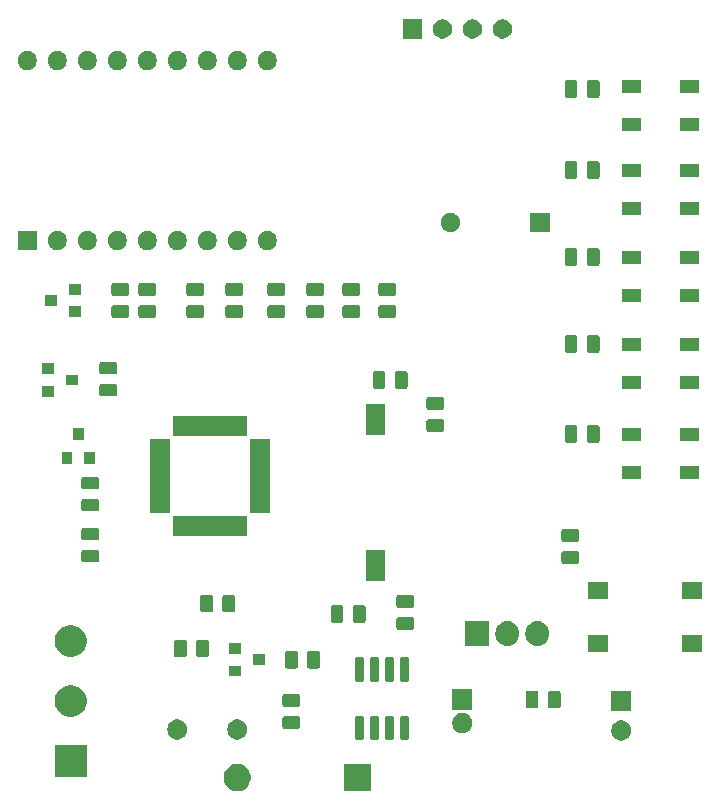
<source format=gbr>
G04 #@! TF.GenerationSoftware,KiCad,Pcbnew,(5.1.5)-3*
G04 #@! TF.CreationDate,2020-05-01T20:08:20+02:00*
G04 #@! TF.ProjectId,czujnikParkowania,637a756a-6e69-46b5-9061-726b6f77616e,rev?*
G04 #@! TF.SameCoordinates,Original*
G04 #@! TF.FileFunction,Soldermask,Top*
G04 #@! TF.FilePolarity,Negative*
%FSLAX46Y46*%
G04 Gerber Fmt 4.6, Leading zero omitted, Abs format (unit mm)*
G04 Created by KiCad (PCBNEW (5.1.5)-3) date 2020-05-01 20:08:20*
%MOMM*%
%LPD*%
G04 APERTURE LIST*
%ADD10C,0.100000*%
G04 APERTURE END LIST*
D10*
G36*
X54237000Y-85606000D02*
G01*
X51935000Y-85606000D01*
X51935000Y-83304000D01*
X54237000Y-83304000D01*
X54237000Y-85606000D01*
G37*
G36*
X43150549Y-83326116D02*
G01*
X43261734Y-83348232D01*
X43471203Y-83434997D01*
X43659720Y-83560960D01*
X43820040Y-83721280D01*
X43946003Y-83909797D01*
X44032768Y-84119266D01*
X44077000Y-84341636D01*
X44077000Y-84568364D01*
X44032768Y-84790734D01*
X43946003Y-85000203D01*
X43820040Y-85188720D01*
X43659720Y-85349040D01*
X43471203Y-85475003D01*
X43261734Y-85561768D01*
X43150549Y-85583884D01*
X43039365Y-85606000D01*
X42812635Y-85606000D01*
X42701451Y-85583884D01*
X42590266Y-85561768D01*
X42380797Y-85475003D01*
X42192280Y-85349040D01*
X42031960Y-85188720D01*
X41905997Y-85000203D01*
X41819232Y-84790734D01*
X41775000Y-84568364D01*
X41775000Y-84341636D01*
X41819232Y-84119266D01*
X41905997Y-83909797D01*
X42031960Y-83721280D01*
X42192280Y-83560960D01*
X42380797Y-83434997D01*
X42590266Y-83348232D01*
X42701451Y-83326116D01*
X42812635Y-83304000D01*
X43039365Y-83304000D01*
X43150549Y-83326116D01*
G37*
G36*
X30180000Y-84409000D02*
G01*
X27478000Y-84409000D01*
X27478000Y-81707000D01*
X30180000Y-81707000D01*
X30180000Y-84409000D01*
G37*
G36*
X75686228Y-79659703D02*
G01*
X75841100Y-79723853D01*
X75980481Y-79816985D01*
X76099015Y-79935519D01*
X76192147Y-80074900D01*
X76256297Y-80229772D01*
X76289000Y-80394184D01*
X76289000Y-80561816D01*
X76256297Y-80726228D01*
X76192147Y-80881100D01*
X76099015Y-81020481D01*
X75980481Y-81139015D01*
X75841100Y-81232147D01*
X75686228Y-81296297D01*
X75521816Y-81329000D01*
X75354184Y-81329000D01*
X75189772Y-81296297D01*
X75034900Y-81232147D01*
X74895519Y-81139015D01*
X74776985Y-81020481D01*
X74683853Y-80881100D01*
X74619703Y-80726228D01*
X74587000Y-80561816D01*
X74587000Y-80394184D01*
X74619703Y-80229772D01*
X74683853Y-80074900D01*
X74776985Y-79935519D01*
X74895519Y-79816985D01*
X75034900Y-79723853D01*
X75189772Y-79659703D01*
X75354184Y-79627000D01*
X75521816Y-79627000D01*
X75686228Y-79659703D01*
G37*
G36*
X57346428Y-79239264D02*
G01*
X57367509Y-79245660D01*
X57386945Y-79256048D01*
X57403976Y-79270024D01*
X57417952Y-79287055D01*
X57428340Y-79306491D01*
X57434736Y-79327572D01*
X57437500Y-79355640D01*
X57437500Y-81169360D01*
X57434736Y-81197428D01*
X57428340Y-81218509D01*
X57417952Y-81237945D01*
X57403976Y-81254976D01*
X57386945Y-81268952D01*
X57367509Y-81279340D01*
X57346428Y-81285736D01*
X57318360Y-81288500D01*
X56854640Y-81288500D01*
X56826572Y-81285736D01*
X56805491Y-81279340D01*
X56786055Y-81268952D01*
X56769024Y-81254976D01*
X56755048Y-81237945D01*
X56744660Y-81218509D01*
X56738264Y-81197428D01*
X56735500Y-81169360D01*
X56735500Y-79355640D01*
X56738264Y-79327572D01*
X56744660Y-79306491D01*
X56755048Y-79287055D01*
X56769024Y-79270024D01*
X56786055Y-79256048D01*
X56805491Y-79245660D01*
X56826572Y-79239264D01*
X56854640Y-79236500D01*
X57318360Y-79236500D01*
X57346428Y-79239264D01*
G37*
G36*
X54806428Y-79239264D02*
G01*
X54827509Y-79245660D01*
X54846945Y-79256048D01*
X54863976Y-79270024D01*
X54877952Y-79287055D01*
X54888340Y-79306491D01*
X54894736Y-79327572D01*
X54897500Y-79355640D01*
X54897500Y-81169360D01*
X54894736Y-81197428D01*
X54888340Y-81218509D01*
X54877952Y-81237945D01*
X54863976Y-81254976D01*
X54846945Y-81268952D01*
X54827509Y-81279340D01*
X54806428Y-81285736D01*
X54778360Y-81288500D01*
X54314640Y-81288500D01*
X54286572Y-81285736D01*
X54265491Y-81279340D01*
X54246055Y-81268952D01*
X54229024Y-81254976D01*
X54215048Y-81237945D01*
X54204660Y-81218509D01*
X54198264Y-81197428D01*
X54195500Y-81169360D01*
X54195500Y-79355640D01*
X54198264Y-79327572D01*
X54204660Y-79306491D01*
X54215048Y-79287055D01*
X54229024Y-79270024D01*
X54246055Y-79256048D01*
X54265491Y-79245660D01*
X54286572Y-79239264D01*
X54314640Y-79236500D01*
X54778360Y-79236500D01*
X54806428Y-79239264D01*
G37*
G36*
X53536428Y-79239264D02*
G01*
X53557509Y-79245660D01*
X53576945Y-79256048D01*
X53593976Y-79270024D01*
X53607952Y-79287055D01*
X53618340Y-79306491D01*
X53624736Y-79327572D01*
X53627500Y-79355640D01*
X53627500Y-81169360D01*
X53624736Y-81197428D01*
X53618340Y-81218509D01*
X53607952Y-81237945D01*
X53593976Y-81254976D01*
X53576945Y-81268952D01*
X53557509Y-81279340D01*
X53536428Y-81285736D01*
X53508360Y-81288500D01*
X53044640Y-81288500D01*
X53016572Y-81285736D01*
X52995491Y-81279340D01*
X52976055Y-81268952D01*
X52959024Y-81254976D01*
X52945048Y-81237945D01*
X52934660Y-81218509D01*
X52928264Y-81197428D01*
X52925500Y-81169360D01*
X52925500Y-79355640D01*
X52928264Y-79327572D01*
X52934660Y-79306491D01*
X52945048Y-79287055D01*
X52959024Y-79270024D01*
X52976055Y-79256048D01*
X52995491Y-79245660D01*
X53016572Y-79239264D01*
X53044640Y-79236500D01*
X53508360Y-79236500D01*
X53536428Y-79239264D01*
G37*
G36*
X56076428Y-79239264D02*
G01*
X56097509Y-79245660D01*
X56116945Y-79256048D01*
X56133976Y-79270024D01*
X56147952Y-79287055D01*
X56158340Y-79306491D01*
X56164736Y-79327572D01*
X56167500Y-79355640D01*
X56167500Y-81169360D01*
X56164736Y-81197428D01*
X56158340Y-81218509D01*
X56147952Y-81237945D01*
X56133976Y-81254976D01*
X56116945Y-81268952D01*
X56097509Y-81279340D01*
X56076428Y-81285736D01*
X56048360Y-81288500D01*
X55584640Y-81288500D01*
X55556572Y-81285736D01*
X55535491Y-81279340D01*
X55516055Y-81268952D01*
X55499024Y-81254976D01*
X55485048Y-81237945D01*
X55474660Y-81218509D01*
X55468264Y-81197428D01*
X55465500Y-81169360D01*
X55465500Y-79355640D01*
X55468264Y-79327572D01*
X55474660Y-79306491D01*
X55485048Y-79287055D01*
X55499024Y-79270024D01*
X55516055Y-79256048D01*
X55535491Y-79245660D01*
X55556572Y-79239264D01*
X55584640Y-79236500D01*
X56048360Y-79236500D01*
X56076428Y-79239264D01*
G37*
G36*
X43174228Y-79572703D02*
G01*
X43329100Y-79636853D01*
X43468481Y-79729985D01*
X43587015Y-79848519D01*
X43680147Y-79987900D01*
X43744297Y-80142772D01*
X43777000Y-80307184D01*
X43777000Y-80474816D01*
X43744297Y-80639228D01*
X43680147Y-80794100D01*
X43587015Y-80933481D01*
X43468481Y-81052015D01*
X43329100Y-81145147D01*
X43174228Y-81209297D01*
X43009816Y-81242000D01*
X42842184Y-81242000D01*
X42677772Y-81209297D01*
X42522900Y-81145147D01*
X42383519Y-81052015D01*
X42264985Y-80933481D01*
X42171853Y-80794100D01*
X42107703Y-80639228D01*
X42075000Y-80474816D01*
X42075000Y-80307184D01*
X42107703Y-80142772D01*
X42171853Y-79987900D01*
X42264985Y-79848519D01*
X42383519Y-79729985D01*
X42522900Y-79636853D01*
X42677772Y-79572703D01*
X42842184Y-79540000D01*
X43009816Y-79540000D01*
X43174228Y-79572703D01*
G37*
G36*
X38094228Y-79572703D02*
G01*
X38249100Y-79636853D01*
X38388481Y-79729985D01*
X38507015Y-79848519D01*
X38600147Y-79987900D01*
X38664297Y-80142772D01*
X38697000Y-80307184D01*
X38697000Y-80474816D01*
X38664297Y-80639228D01*
X38600147Y-80794100D01*
X38507015Y-80933481D01*
X38388481Y-81052015D01*
X38249100Y-81145147D01*
X38094228Y-81209297D01*
X37929816Y-81242000D01*
X37762184Y-81242000D01*
X37597772Y-81209297D01*
X37442900Y-81145147D01*
X37303519Y-81052015D01*
X37184985Y-80933481D01*
X37091853Y-80794100D01*
X37027703Y-80639228D01*
X36995000Y-80474816D01*
X36995000Y-80307184D01*
X37027703Y-80142772D01*
X37091853Y-79987900D01*
X37184985Y-79848519D01*
X37303519Y-79729985D01*
X37442900Y-79636853D01*
X37597772Y-79572703D01*
X37762184Y-79540000D01*
X37929816Y-79540000D01*
X38094228Y-79572703D01*
G37*
G36*
X62224228Y-79032703D02*
G01*
X62379100Y-79096853D01*
X62518481Y-79189985D01*
X62637015Y-79308519D01*
X62730147Y-79447900D01*
X62794297Y-79602772D01*
X62827000Y-79767184D01*
X62827000Y-79934816D01*
X62794297Y-80099228D01*
X62730147Y-80254100D01*
X62637015Y-80393481D01*
X62518481Y-80512015D01*
X62379100Y-80605147D01*
X62224228Y-80669297D01*
X62059816Y-80702000D01*
X61892184Y-80702000D01*
X61727772Y-80669297D01*
X61572900Y-80605147D01*
X61433519Y-80512015D01*
X61314985Y-80393481D01*
X61221853Y-80254100D01*
X61157703Y-80099228D01*
X61125000Y-79934816D01*
X61125000Y-79767184D01*
X61157703Y-79602772D01*
X61221853Y-79447900D01*
X61314985Y-79308519D01*
X61433519Y-79189985D01*
X61572900Y-79096853D01*
X61727772Y-79032703D01*
X61892184Y-79000000D01*
X62059816Y-79000000D01*
X62224228Y-79032703D01*
G37*
G36*
X48082468Y-79270565D02*
G01*
X48121138Y-79282296D01*
X48156777Y-79301346D01*
X48188017Y-79326983D01*
X48213654Y-79358223D01*
X48232704Y-79393862D01*
X48244435Y-79432532D01*
X48249000Y-79478888D01*
X48249000Y-80130112D01*
X48244435Y-80176468D01*
X48232704Y-80215138D01*
X48213654Y-80250777D01*
X48188017Y-80282017D01*
X48156777Y-80307654D01*
X48121138Y-80326704D01*
X48082468Y-80338435D01*
X48036112Y-80343000D01*
X46959888Y-80343000D01*
X46913532Y-80338435D01*
X46874862Y-80326704D01*
X46839223Y-80307654D01*
X46807983Y-80282017D01*
X46782346Y-80250777D01*
X46763296Y-80215138D01*
X46751565Y-80176468D01*
X46747000Y-80130112D01*
X46747000Y-79478888D01*
X46751565Y-79432532D01*
X46763296Y-79393862D01*
X46782346Y-79358223D01*
X46807983Y-79326983D01*
X46839223Y-79301346D01*
X46874862Y-79282296D01*
X46913532Y-79270565D01*
X46959888Y-79266000D01*
X48036112Y-79266000D01*
X48082468Y-79270565D01*
G37*
G36*
X29223072Y-76678918D02*
G01*
X29468939Y-76780759D01*
X29580328Y-76855187D01*
X29690211Y-76928609D01*
X29878391Y-77116789D01*
X29947129Y-77219663D01*
X30011983Y-77316722D01*
X30026242Y-77338063D01*
X30128082Y-77583928D01*
X30180000Y-77844937D01*
X30180000Y-78111063D01*
X30128082Y-78372072D01*
X30026242Y-78617937D01*
X29885214Y-78829000D01*
X29878390Y-78839212D01*
X29690212Y-79027390D01*
X29468939Y-79175241D01*
X29468938Y-79175242D01*
X29468937Y-79175242D01*
X29223072Y-79277082D01*
X28962063Y-79329000D01*
X28695937Y-79329000D01*
X28434928Y-79277082D01*
X28189063Y-79175242D01*
X28189062Y-79175242D01*
X28189061Y-79175241D01*
X27967788Y-79027390D01*
X27779610Y-78839212D01*
X27772787Y-78829000D01*
X27631758Y-78617937D01*
X27529918Y-78372072D01*
X27478000Y-78111063D01*
X27478000Y-77844937D01*
X27529918Y-77583928D01*
X27631758Y-77338063D01*
X27646018Y-77316722D01*
X27710871Y-77219663D01*
X27779609Y-77116789D01*
X27967789Y-76928609D01*
X28077672Y-76855187D01*
X28189061Y-76780759D01*
X28434928Y-76678918D01*
X28695937Y-76627000D01*
X28962063Y-76627000D01*
X29223072Y-76678918D01*
G37*
G36*
X76289000Y-78829000D02*
G01*
X74587000Y-78829000D01*
X74587000Y-77127000D01*
X76289000Y-77127000D01*
X76289000Y-78829000D01*
G37*
G36*
X62827000Y-78702000D02*
G01*
X61125000Y-78702000D01*
X61125000Y-77000000D01*
X62827000Y-77000000D01*
X62827000Y-78702000D01*
G37*
G36*
X70143468Y-77104565D02*
G01*
X70182138Y-77116296D01*
X70217777Y-77135346D01*
X70249017Y-77160983D01*
X70274654Y-77192223D01*
X70293704Y-77227862D01*
X70305435Y-77266532D01*
X70310000Y-77312888D01*
X70310000Y-78389112D01*
X70305435Y-78435468D01*
X70293704Y-78474138D01*
X70274654Y-78509777D01*
X70249017Y-78541017D01*
X70217777Y-78566654D01*
X70182138Y-78585704D01*
X70143468Y-78597435D01*
X70097112Y-78602000D01*
X69445888Y-78602000D01*
X69399532Y-78597435D01*
X69360862Y-78585704D01*
X69325223Y-78566654D01*
X69293983Y-78541017D01*
X69268346Y-78509777D01*
X69249296Y-78474138D01*
X69237565Y-78435468D01*
X69233000Y-78389112D01*
X69233000Y-77312888D01*
X69237565Y-77266532D01*
X69249296Y-77227862D01*
X69268346Y-77192223D01*
X69293983Y-77160983D01*
X69325223Y-77135346D01*
X69360862Y-77116296D01*
X69399532Y-77104565D01*
X69445888Y-77100000D01*
X70097112Y-77100000D01*
X70143468Y-77104565D01*
G37*
G36*
X68268468Y-77104565D02*
G01*
X68307138Y-77116296D01*
X68342777Y-77135346D01*
X68374017Y-77160983D01*
X68399654Y-77192223D01*
X68418704Y-77227862D01*
X68430435Y-77266532D01*
X68435000Y-77312888D01*
X68435000Y-78389112D01*
X68430435Y-78435468D01*
X68418704Y-78474138D01*
X68399654Y-78509777D01*
X68374017Y-78541017D01*
X68342777Y-78566654D01*
X68307138Y-78585704D01*
X68268468Y-78597435D01*
X68222112Y-78602000D01*
X67570888Y-78602000D01*
X67524532Y-78597435D01*
X67485862Y-78585704D01*
X67450223Y-78566654D01*
X67418983Y-78541017D01*
X67393346Y-78509777D01*
X67374296Y-78474138D01*
X67362565Y-78435468D01*
X67358000Y-78389112D01*
X67358000Y-77312888D01*
X67362565Y-77266532D01*
X67374296Y-77227862D01*
X67393346Y-77192223D01*
X67418983Y-77160983D01*
X67450223Y-77135346D01*
X67485862Y-77116296D01*
X67524532Y-77104565D01*
X67570888Y-77100000D01*
X68222112Y-77100000D01*
X68268468Y-77104565D01*
G37*
G36*
X48082468Y-77395565D02*
G01*
X48121138Y-77407296D01*
X48156777Y-77426346D01*
X48188017Y-77451983D01*
X48213654Y-77483223D01*
X48232704Y-77518862D01*
X48244435Y-77557532D01*
X48249000Y-77603888D01*
X48249000Y-78255112D01*
X48244435Y-78301468D01*
X48232704Y-78340138D01*
X48213654Y-78375777D01*
X48188017Y-78407017D01*
X48156777Y-78432654D01*
X48121138Y-78451704D01*
X48082468Y-78463435D01*
X48036112Y-78468000D01*
X46959888Y-78468000D01*
X46913532Y-78463435D01*
X46874862Y-78451704D01*
X46839223Y-78432654D01*
X46807983Y-78407017D01*
X46782346Y-78375777D01*
X46763296Y-78340138D01*
X46751565Y-78301468D01*
X46747000Y-78255112D01*
X46747000Y-77603888D01*
X46751565Y-77557532D01*
X46763296Y-77518862D01*
X46782346Y-77483223D01*
X46807983Y-77451983D01*
X46839223Y-77426346D01*
X46874862Y-77407296D01*
X46913532Y-77395565D01*
X46959888Y-77391000D01*
X48036112Y-77391000D01*
X48082468Y-77395565D01*
G37*
G36*
X54806428Y-74289264D02*
G01*
X54827509Y-74295660D01*
X54846945Y-74306048D01*
X54863976Y-74320024D01*
X54877952Y-74337055D01*
X54888340Y-74356491D01*
X54894736Y-74377572D01*
X54897500Y-74405640D01*
X54897500Y-76219360D01*
X54894736Y-76247428D01*
X54888340Y-76268509D01*
X54877952Y-76287945D01*
X54863976Y-76304976D01*
X54846945Y-76318952D01*
X54827509Y-76329340D01*
X54806428Y-76335736D01*
X54778360Y-76338500D01*
X54314640Y-76338500D01*
X54286572Y-76335736D01*
X54265491Y-76329340D01*
X54246055Y-76318952D01*
X54229024Y-76304976D01*
X54215048Y-76287945D01*
X54204660Y-76268509D01*
X54198264Y-76247428D01*
X54195500Y-76219360D01*
X54195500Y-74405640D01*
X54198264Y-74377572D01*
X54204660Y-74356491D01*
X54215048Y-74337055D01*
X54229024Y-74320024D01*
X54246055Y-74306048D01*
X54265491Y-74295660D01*
X54286572Y-74289264D01*
X54314640Y-74286500D01*
X54778360Y-74286500D01*
X54806428Y-74289264D01*
G37*
G36*
X53536428Y-74289264D02*
G01*
X53557509Y-74295660D01*
X53576945Y-74306048D01*
X53593976Y-74320024D01*
X53607952Y-74337055D01*
X53618340Y-74356491D01*
X53624736Y-74377572D01*
X53627500Y-74405640D01*
X53627500Y-76219360D01*
X53624736Y-76247428D01*
X53618340Y-76268509D01*
X53607952Y-76287945D01*
X53593976Y-76304976D01*
X53576945Y-76318952D01*
X53557509Y-76329340D01*
X53536428Y-76335736D01*
X53508360Y-76338500D01*
X53044640Y-76338500D01*
X53016572Y-76335736D01*
X52995491Y-76329340D01*
X52976055Y-76318952D01*
X52959024Y-76304976D01*
X52945048Y-76287945D01*
X52934660Y-76268509D01*
X52928264Y-76247428D01*
X52925500Y-76219360D01*
X52925500Y-74405640D01*
X52928264Y-74377572D01*
X52934660Y-74356491D01*
X52945048Y-74337055D01*
X52959024Y-74320024D01*
X52976055Y-74306048D01*
X52995491Y-74295660D01*
X53016572Y-74289264D01*
X53044640Y-74286500D01*
X53508360Y-74286500D01*
X53536428Y-74289264D01*
G37*
G36*
X57346428Y-74289264D02*
G01*
X57367509Y-74295660D01*
X57386945Y-74306048D01*
X57403976Y-74320024D01*
X57417952Y-74337055D01*
X57428340Y-74356491D01*
X57434736Y-74377572D01*
X57437500Y-74405640D01*
X57437500Y-76219360D01*
X57434736Y-76247428D01*
X57428340Y-76268509D01*
X57417952Y-76287945D01*
X57403976Y-76304976D01*
X57386945Y-76318952D01*
X57367509Y-76329340D01*
X57346428Y-76335736D01*
X57318360Y-76338500D01*
X56854640Y-76338500D01*
X56826572Y-76335736D01*
X56805491Y-76329340D01*
X56786055Y-76318952D01*
X56769024Y-76304976D01*
X56755048Y-76287945D01*
X56744660Y-76268509D01*
X56738264Y-76247428D01*
X56735500Y-76219360D01*
X56735500Y-74405640D01*
X56738264Y-74377572D01*
X56744660Y-74356491D01*
X56755048Y-74337055D01*
X56769024Y-74320024D01*
X56786055Y-74306048D01*
X56805491Y-74295660D01*
X56826572Y-74289264D01*
X56854640Y-74286500D01*
X57318360Y-74286500D01*
X57346428Y-74289264D01*
G37*
G36*
X56076428Y-74289264D02*
G01*
X56097509Y-74295660D01*
X56116945Y-74306048D01*
X56133976Y-74320024D01*
X56147952Y-74337055D01*
X56158340Y-74356491D01*
X56164736Y-74377572D01*
X56167500Y-74405640D01*
X56167500Y-76219360D01*
X56164736Y-76247428D01*
X56158340Y-76268509D01*
X56147952Y-76287945D01*
X56133976Y-76304976D01*
X56116945Y-76318952D01*
X56097509Y-76329340D01*
X56076428Y-76335736D01*
X56048360Y-76338500D01*
X55584640Y-76338500D01*
X55556572Y-76335736D01*
X55535491Y-76329340D01*
X55516055Y-76318952D01*
X55499024Y-76304976D01*
X55485048Y-76287945D01*
X55474660Y-76268509D01*
X55468264Y-76247428D01*
X55465500Y-76219360D01*
X55465500Y-74405640D01*
X55468264Y-74377572D01*
X55474660Y-74356491D01*
X55485048Y-74337055D01*
X55499024Y-74320024D01*
X55516055Y-74306048D01*
X55535491Y-74295660D01*
X55556572Y-74289264D01*
X55584640Y-74286500D01*
X56048360Y-74286500D01*
X56076428Y-74289264D01*
G37*
G36*
X43252500Y-75886500D02*
G01*
X42250500Y-75886500D01*
X42250500Y-74984500D01*
X43252500Y-74984500D01*
X43252500Y-75886500D01*
G37*
G36*
X49759968Y-73739065D02*
G01*
X49798638Y-73750796D01*
X49834277Y-73769846D01*
X49865517Y-73795483D01*
X49891154Y-73826723D01*
X49910204Y-73862362D01*
X49921935Y-73901032D01*
X49926500Y-73947388D01*
X49926500Y-75023612D01*
X49921935Y-75069968D01*
X49910204Y-75108638D01*
X49891154Y-75144277D01*
X49865517Y-75175517D01*
X49834277Y-75201154D01*
X49798638Y-75220204D01*
X49759968Y-75231935D01*
X49713612Y-75236500D01*
X49062388Y-75236500D01*
X49016032Y-75231935D01*
X48977362Y-75220204D01*
X48941723Y-75201154D01*
X48910483Y-75175517D01*
X48884846Y-75144277D01*
X48865796Y-75108638D01*
X48854065Y-75069968D01*
X48849500Y-75023612D01*
X48849500Y-73947388D01*
X48854065Y-73901032D01*
X48865796Y-73862362D01*
X48884846Y-73826723D01*
X48910483Y-73795483D01*
X48941723Y-73769846D01*
X48977362Y-73750796D01*
X49016032Y-73739065D01*
X49062388Y-73734500D01*
X49713612Y-73734500D01*
X49759968Y-73739065D01*
G37*
G36*
X47884968Y-73739065D02*
G01*
X47923638Y-73750796D01*
X47959277Y-73769846D01*
X47990517Y-73795483D01*
X48016154Y-73826723D01*
X48035204Y-73862362D01*
X48046935Y-73901032D01*
X48051500Y-73947388D01*
X48051500Y-75023612D01*
X48046935Y-75069968D01*
X48035204Y-75108638D01*
X48016154Y-75144277D01*
X47990517Y-75175517D01*
X47959277Y-75201154D01*
X47923638Y-75220204D01*
X47884968Y-75231935D01*
X47838612Y-75236500D01*
X47187388Y-75236500D01*
X47141032Y-75231935D01*
X47102362Y-75220204D01*
X47066723Y-75201154D01*
X47035483Y-75175517D01*
X47009846Y-75144277D01*
X46990796Y-75108638D01*
X46979065Y-75069968D01*
X46974500Y-75023612D01*
X46974500Y-73947388D01*
X46979065Y-73901032D01*
X46990796Y-73862362D01*
X47009846Y-73826723D01*
X47035483Y-73795483D01*
X47066723Y-73769846D01*
X47102362Y-73750796D01*
X47141032Y-73739065D01*
X47187388Y-73734500D01*
X47838612Y-73734500D01*
X47884968Y-73739065D01*
G37*
G36*
X45252500Y-74936500D02*
G01*
X44250500Y-74936500D01*
X44250500Y-74034500D01*
X45252500Y-74034500D01*
X45252500Y-74936500D01*
G37*
G36*
X40361968Y-72786565D02*
G01*
X40400638Y-72798296D01*
X40436277Y-72817346D01*
X40467517Y-72842983D01*
X40493154Y-72874223D01*
X40512204Y-72909862D01*
X40523935Y-72948532D01*
X40528500Y-72994888D01*
X40528500Y-74071112D01*
X40523935Y-74117468D01*
X40512204Y-74156138D01*
X40493154Y-74191777D01*
X40467517Y-74223017D01*
X40436277Y-74248654D01*
X40400638Y-74267704D01*
X40361968Y-74279435D01*
X40315612Y-74284000D01*
X39664388Y-74284000D01*
X39618032Y-74279435D01*
X39579362Y-74267704D01*
X39543723Y-74248654D01*
X39512483Y-74223017D01*
X39486846Y-74191777D01*
X39467796Y-74156138D01*
X39456065Y-74117468D01*
X39451500Y-74071112D01*
X39451500Y-72994888D01*
X39456065Y-72948532D01*
X39467796Y-72909862D01*
X39486846Y-72874223D01*
X39512483Y-72842983D01*
X39543723Y-72817346D01*
X39579362Y-72798296D01*
X39618032Y-72786565D01*
X39664388Y-72782000D01*
X40315612Y-72782000D01*
X40361968Y-72786565D01*
G37*
G36*
X38486968Y-72786565D02*
G01*
X38525638Y-72798296D01*
X38561277Y-72817346D01*
X38592517Y-72842983D01*
X38618154Y-72874223D01*
X38637204Y-72909862D01*
X38648935Y-72948532D01*
X38653500Y-72994888D01*
X38653500Y-74071112D01*
X38648935Y-74117468D01*
X38637204Y-74156138D01*
X38618154Y-74191777D01*
X38592517Y-74223017D01*
X38561277Y-74248654D01*
X38525638Y-74267704D01*
X38486968Y-74279435D01*
X38440612Y-74284000D01*
X37789388Y-74284000D01*
X37743032Y-74279435D01*
X37704362Y-74267704D01*
X37668723Y-74248654D01*
X37637483Y-74223017D01*
X37611846Y-74191777D01*
X37592796Y-74156138D01*
X37581065Y-74117468D01*
X37576500Y-74071112D01*
X37576500Y-72994888D01*
X37581065Y-72948532D01*
X37592796Y-72909862D01*
X37611846Y-72874223D01*
X37637483Y-72842983D01*
X37668723Y-72817346D01*
X37704362Y-72798296D01*
X37743032Y-72786565D01*
X37789388Y-72782000D01*
X38440612Y-72782000D01*
X38486968Y-72786565D01*
G37*
G36*
X29223072Y-71598918D02*
G01*
X29447190Y-71691750D01*
X29468939Y-71700759D01*
X29534069Y-71744278D01*
X29690211Y-71848609D01*
X29878391Y-72036789D01*
X30026242Y-72258063D01*
X30128082Y-72503928D01*
X30180000Y-72764937D01*
X30180000Y-73031063D01*
X30128082Y-73292072D01*
X30026242Y-73537937D01*
X29878391Y-73759211D01*
X29690211Y-73947391D01*
X29631680Y-73986500D01*
X29468939Y-74095241D01*
X29468938Y-74095242D01*
X29468937Y-74095242D01*
X29223072Y-74197082D01*
X28962063Y-74249000D01*
X28695937Y-74249000D01*
X28434928Y-74197082D01*
X28189063Y-74095242D01*
X28189062Y-74095242D01*
X28189061Y-74095241D01*
X28026320Y-73986500D01*
X27967789Y-73947391D01*
X27779609Y-73759211D01*
X27631758Y-73537937D01*
X27529918Y-73292072D01*
X27478000Y-73031063D01*
X27478000Y-72764937D01*
X27529918Y-72503928D01*
X27631758Y-72258063D01*
X27779609Y-72036789D01*
X27967789Y-71848609D01*
X28123931Y-71744278D01*
X28189061Y-71700759D01*
X28210811Y-71691750D01*
X28434928Y-71598918D01*
X28695937Y-71547000D01*
X28962063Y-71547000D01*
X29223072Y-71598918D01*
G37*
G36*
X43252500Y-73986500D02*
G01*
X42250500Y-73986500D01*
X42250500Y-73084500D01*
X43252500Y-73084500D01*
X43252500Y-73986500D01*
G37*
G36*
X82271000Y-73817000D02*
G01*
X80619000Y-73817000D01*
X80619000Y-72415000D01*
X82271000Y-72415000D01*
X82271000Y-73817000D01*
G37*
G36*
X74321000Y-73817000D02*
G01*
X72669000Y-73817000D01*
X72669000Y-72415000D01*
X74321000Y-72415000D01*
X74321000Y-73817000D01*
G37*
G36*
X68522719Y-71226520D02*
G01*
X68711880Y-71283901D01*
X68711883Y-71283902D01*
X68804333Y-71333318D01*
X68886212Y-71377083D01*
X69039015Y-71502485D01*
X69164417Y-71655288D01*
X69257599Y-71829619D01*
X69314980Y-72018780D01*
X69329500Y-72166206D01*
X69329500Y-72359793D01*
X69314980Y-72507219D01*
X69257599Y-72696380D01*
X69257598Y-72696383D01*
X69220955Y-72764937D01*
X69164417Y-72870712D01*
X69039015Y-73023515D01*
X68886212Y-73148917D01*
X68711881Y-73242099D01*
X68522720Y-73299480D01*
X68326000Y-73318855D01*
X68129281Y-73299480D01*
X67940120Y-73242099D01*
X67765788Y-73148917D01*
X67612985Y-73023515D01*
X67487583Y-72870712D01*
X67394401Y-72696381D01*
X67337020Y-72507220D01*
X67322500Y-72359794D01*
X67322500Y-72166207D01*
X67337020Y-72018781D01*
X67394401Y-71829620D01*
X67394402Y-71829617D01*
X67443818Y-71737167D01*
X67487583Y-71655288D01*
X67612985Y-71502485D01*
X67765788Y-71377083D01*
X67940119Y-71283901D01*
X68129280Y-71226520D01*
X68326000Y-71207145D01*
X68522719Y-71226520D01*
G37*
G36*
X65982719Y-71226520D02*
G01*
X66171880Y-71283901D01*
X66171883Y-71283902D01*
X66264333Y-71333318D01*
X66346212Y-71377083D01*
X66499015Y-71502485D01*
X66624417Y-71655288D01*
X66717599Y-71829619D01*
X66774980Y-72018780D01*
X66789500Y-72166206D01*
X66789500Y-72359793D01*
X66774980Y-72507219D01*
X66717599Y-72696380D01*
X66717598Y-72696383D01*
X66680955Y-72764937D01*
X66624417Y-72870712D01*
X66499015Y-73023515D01*
X66346212Y-73148917D01*
X66171881Y-73242099D01*
X65982720Y-73299480D01*
X65786000Y-73318855D01*
X65589281Y-73299480D01*
X65400120Y-73242099D01*
X65225788Y-73148917D01*
X65072985Y-73023515D01*
X64947583Y-72870712D01*
X64854401Y-72696381D01*
X64797020Y-72507220D01*
X64782500Y-72359794D01*
X64782500Y-72166207D01*
X64797020Y-72018781D01*
X64854401Y-71829620D01*
X64854402Y-71829617D01*
X64903818Y-71737167D01*
X64947583Y-71655288D01*
X65072985Y-71502485D01*
X65225788Y-71377083D01*
X65400119Y-71283901D01*
X65589280Y-71226520D01*
X65786000Y-71207145D01*
X65982719Y-71226520D01*
G37*
G36*
X64249500Y-73314000D02*
G01*
X62242500Y-73314000D01*
X62242500Y-71212000D01*
X64249500Y-71212000D01*
X64249500Y-73314000D01*
G37*
G36*
X57734468Y-70888565D02*
G01*
X57773138Y-70900296D01*
X57808777Y-70919346D01*
X57840017Y-70944983D01*
X57865654Y-70976223D01*
X57884704Y-71011862D01*
X57896435Y-71050532D01*
X57901000Y-71096888D01*
X57901000Y-71748112D01*
X57896435Y-71794468D01*
X57884704Y-71833138D01*
X57865654Y-71868777D01*
X57840017Y-71900017D01*
X57808777Y-71925654D01*
X57773138Y-71944704D01*
X57734468Y-71956435D01*
X57688112Y-71961000D01*
X56611888Y-71961000D01*
X56565532Y-71956435D01*
X56526862Y-71944704D01*
X56491223Y-71925654D01*
X56459983Y-71900017D01*
X56434346Y-71868777D01*
X56415296Y-71833138D01*
X56403565Y-71794468D01*
X56399000Y-71748112D01*
X56399000Y-71096888D01*
X56403565Y-71050532D01*
X56415296Y-71011862D01*
X56434346Y-70976223D01*
X56459983Y-70944983D01*
X56491223Y-70919346D01*
X56526862Y-70900296D01*
X56565532Y-70888565D01*
X56611888Y-70884000D01*
X57688112Y-70884000D01*
X57734468Y-70888565D01*
G37*
G36*
X53633468Y-69865565D02*
G01*
X53672138Y-69877296D01*
X53707777Y-69896346D01*
X53739017Y-69921983D01*
X53764654Y-69953223D01*
X53783704Y-69988862D01*
X53795435Y-70027532D01*
X53800000Y-70073888D01*
X53800000Y-71150112D01*
X53795435Y-71196468D01*
X53783704Y-71235138D01*
X53764654Y-71270777D01*
X53739017Y-71302017D01*
X53707777Y-71327654D01*
X53672138Y-71346704D01*
X53633468Y-71358435D01*
X53587112Y-71363000D01*
X52935888Y-71363000D01*
X52889532Y-71358435D01*
X52850862Y-71346704D01*
X52815223Y-71327654D01*
X52783983Y-71302017D01*
X52758346Y-71270777D01*
X52739296Y-71235138D01*
X52727565Y-71196468D01*
X52723000Y-71150112D01*
X52723000Y-70073888D01*
X52727565Y-70027532D01*
X52739296Y-69988862D01*
X52758346Y-69953223D01*
X52783983Y-69921983D01*
X52815223Y-69896346D01*
X52850862Y-69877296D01*
X52889532Y-69865565D01*
X52935888Y-69861000D01*
X53587112Y-69861000D01*
X53633468Y-69865565D01*
G37*
G36*
X51758468Y-69865565D02*
G01*
X51797138Y-69877296D01*
X51832777Y-69896346D01*
X51864017Y-69921983D01*
X51889654Y-69953223D01*
X51908704Y-69988862D01*
X51920435Y-70027532D01*
X51925000Y-70073888D01*
X51925000Y-71150112D01*
X51920435Y-71196468D01*
X51908704Y-71235138D01*
X51889654Y-71270777D01*
X51864017Y-71302017D01*
X51832777Y-71327654D01*
X51797138Y-71346704D01*
X51758468Y-71358435D01*
X51712112Y-71363000D01*
X51060888Y-71363000D01*
X51014532Y-71358435D01*
X50975862Y-71346704D01*
X50940223Y-71327654D01*
X50908983Y-71302017D01*
X50883346Y-71270777D01*
X50864296Y-71235138D01*
X50852565Y-71196468D01*
X50848000Y-71150112D01*
X50848000Y-70073888D01*
X50852565Y-70027532D01*
X50864296Y-69988862D01*
X50883346Y-69953223D01*
X50908983Y-69921983D01*
X50940223Y-69896346D01*
X50975862Y-69877296D01*
X51014532Y-69865565D01*
X51060888Y-69861000D01*
X51712112Y-69861000D01*
X51758468Y-69865565D01*
G37*
G36*
X42584468Y-68976565D02*
G01*
X42623138Y-68988296D01*
X42658777Y-69007346D01*
X42690017Y-69032983D01*
X42715654Y-69064223D01*
X42734704Y-69099862D01*
X42746435Y-69138532D01*
X42751000Y-69184888D01*
X42751000Y-70261112D01*
X42746435Y-70307468D01*
X42734704Y-70346138D01*
X42715654Y-70381777D01*
X42690017Y-70413017D01*
X42658777Y-70438654D01*
X42623138Y-70457704D01*
X42584468Y-70469435D01*
X42538112Y-70474000D01*
X41886888Y-70474000D01*
X41840532Y-70469435D01*
X41801862Y-70457704D01*
X41766223Y-70438654D01*
X41734983Y-70413017D01*
X41709346Y-70381777D01*
X41690296Y-70346138D01*
X41678565Y-70307468D01*
X41674000Y-70261112D01*
X41674000Y-69184888D01*
X41678565Y-69138532D01*
X41690296Y-69099862D01*
X41709346Y-69064223D01*
X41734983Y-69032983D01*
X41766223Y-69007346D01*
X41801862Y-68988296D01*
X41840532Y-68976565D01*
X41886888Y-68972000D01*
X42538112Y-68972000D01*
X42584468Y-68976565D01*
G37*
G36*
X40709468Y-68976565D02*
G01*
X40748138Y-68988296D01*
X40783777Y-69007346D01*
X40815017Y-69032983D01*
X40840654Y-69064223D01*
X40859704Y-69099862D01*
X40871435Y-69138532D01*
X40876000Y-69184888D01*
X40876000Y-70261112D01*
X40871435Y-70307468D01*
X40859704Y-70346138D01*
X40840654Y-70381777D01*
X40815017Y-70413017D01*
X40783777Y-70438654D01*
X40748138Y-70457704D01*
X40709468Y-70469435D01*
X40663112Y-70474000D01*
X40011888Y-70474000D01*
X39965532Y-70469435D01*
X39926862Y-70457704D01*
X39891223Y-70438654D01*
X39859983Y-70413017D01*
X39834346Y-70381777D01*
X39815296Y-70346138D01*
X39803565Y-70307468D01*
X39799000Y-70261112D01*
X39799000Y-69184888D01*
X39803565Y-69138532D01*
X39815296Y-69099862D01*
X39834346Y-69064223D01*
X39859983Y-69032983D01*
X39891223Y-69007346D01*
X39926862Y-68988296D01*
X39965532Y-68976565D01*
X40011888Y-68972000D01*
X40663112Y-68972000D01*
X40709468Y-68976565D01*
G37*
G36*
X57734468Y-69013565D02*
G01*
X57773138Y-69025296D01*
X57808777Y-69044346D01*
X57840017Y-69069983D01*
X57865654Y-69101223D01*
X57884704Y-69136862D01*
X57896435Y-69175532D01*
X57901000Y-69221888D01*
X57901000Y-69873112D01*
X57896435Y-69919468D01*
X57884704Y-69958138D01*
X57865654Y-69993777D01*
X57840017Y-70025017D01*
X57808777Y-70050654D01*
X57773138Y-70069704D01*
X57734468Y-70081435D01*
X57688112Y-70086000D01*
X56611888Y-70086000D01*
X56565532Y-70081435D01*
X56526862Y-70069704D01*
X56491223Y-70050654D01*
X56459983Y-70025017D01*
X56434346Y-69993777D01*
X56415296Y-69958138D01*
X56403565Y-69919468D01*
X56399000Y-69873112D01*
X56399000Y-69221888D01*
X56403565Y-69175532D01*
X56415296Y-69136862D01*
X56434346Y-69101223D01*
X56459983Y-69069983D01*
X56491223Y-69044346D01*
X56526862Y-69025296D01*
X56565532Y-69013565D01*
X56611888Y-69009000D01*
X57688112Y-69009000D01*
X57734468Y-69013565D01*
G37*
G36*
X82271000Y-69317000D02*
G01*
X80619000Y-69317000D01*
X80619000Y-67915000D01*
X82271000Y-67915000D01*
X82271000Y-69317000D01*
G37*
G36*
X74321000Y-69317000D02*
G01*
X72669000Y-69317000D01*
X72669000Y-67915000D01*
X74321000Y-67915000D01*
X74321000Y-69317000D01*
G37*
G36*
X55411000Y-67826000D02*
G01*
X53809000Y-67826000D01*
X53809000Y-65224000D01*
X55411000Y-65224000D01*
X55411000Y-67826000D01*
G37*
G36*
X71704468Y-65300565D02*
G01*
X71743138Y-65312296D01*
X71778777Y-65331346D01*
X71810017Y-65356983D01*
X71835654Y-65388223D01*
X71854704Y-65423862D01*
X71866435Y-65462532D01*
X71871000Y-65508888D01*
X71871000Y-66160112D01*
X71866435Y-66206468D01*
X71854704Y-66245138D01*
X71835654Y-66280777D01*
X71810017Y-66312017D01*
X71778777Y-66337654D01*
X71743138Y-66356704D01*
X71704468Y-66368435D01*
X71658112Y-66373000D01*
X70581888Y-66373000D01*
X70535532Y-66368435D01*
X70496862Y-66356704D01*
X70461223Y-66337654D01*
X70429983Y-66312017D01*
X70404346Y-66280777D01*
X70385296Y-66245138D01*
X70373565Y-66206468D01*
X70369000Y-66160112D01*
X70369000Y-65508888D01*
X70373565Y-65462532D01*
X70385296Y-65423862D01*
X70404346Y-65388223D01*
X70429983Y-65356983D01*
X70461223Y-65331346D01*
X70496862Y-65312296D01*
X70535532Y-65300565D01*
X70581888Y-65296000D01*
X71658112Y-65296000D01*
X71704468Y-65300565D01*
G37*
G36*
X31064468Y-65173565D02*
G01*
X31103138Y-65185296D01*
X31138777Y-65204346D01*
X31170017Y-65229983D01*
X31195654Y-65261223D01*
X31214704Y-65296862D01*
X31226435Y-65335532D01*
X31231000Y-65381888D01*
X31231000Y-66033112D01*
X31226435Y-66079468D01*
X31214704Y-66118138D01*
X31195654Y-66153777D01*
X31170017Y-66185017D01*
X31138777Y-66210654D01*
X31103138Y-66229704D01*
X31064468Y-66241435D01*
X31018112Y-66246000D01*
X29941888Y-66246000D01*
X29895532Y-66241435D01*
X29856862Y-66229704D01*
X29821223Y-66210654D01*
X29789983Y-66185017D01*
X29764346Y-66153777D01*
X29745296Y-66118138D01*
X29733565Y-66079468D01*
X29729000Y-66033112D01*
X29729000Y-65381888D01*
X29733565Y-65335532D01*
X29745296Y-65296862D01*
X29764346Y-65261223D01*
X29789983Y-65229983D01*
X29821223Y-65204346D01*
X29856862Y-65185296D01*
X29895532Y-65173565D01*
X29941888Y-65169000D01*
X31018112Y-65169000D01*
X31064468Y-65173565D01*
G37*
G36*
X71704468Y-63425565D02*
G01*
X71743138Y-63437296D01*
X71778777Y-63456346D01*
X71810017Y-63481983D01*
X71835654Y-63513223D01*
X71854704Y-63548862D01*
X71866435Y-63587532D01*
X71871000Y-63633888D01*
X71871000Y-64285112D01*
X71866435Y-64331468D01*
X71854704Y-64370138D01*
X71835654Y-64405777D01*
X71810017Y-64437017D01*
X71778777Y-64462654D01*
X71743138Y-64481704D01*
X71704468Y-64493435D01*
X71658112Y-64498000D01*
X70581888Y-64498000D01*
X70535532Y-64493435D01*
X70496862Y-64481704D01*
X70461223Y-64462654D01*
X70429983Y-64437017D01*
X70404346Y-64405777D01*
X70385296Y-64370138D01*
X70373565Y-64331468D01*
X70369000Y-64285112D01*
X70369000Y-63633888D01*
X70373565Y-63587532D01*
X70385296Y-63548862D01*
X70404346Y-63513223D01*
X70429983Y-63481983D01*
X70461223Y-63456346D01*
X70496862Y-63437296D01*
X70535532Y-63425565D01*
X70581888Y-63421000D01*
X71658112Y-63421000D01*
X71704468Y-63425565D01*
G37*
G36*
X31064468Y-63298565D02*
G01*
X31103138Y-63310296D01*
X31138777Y-63329346D01*
X31170017Y-63354983D01*
X31195654Y-63386223D01*
X31214704Y-63421862D01*
X31226435Y-63460532D01*
X31231000Y-63506888D01*
X31231000Y-64158112D01*
X31226435Y-64204468D01*
X31214704Y-64243138D01*
X31195654Y-64278777D01*
X31170017Y-64310017D01*
X31138777Y-64335654D01*
X31103138Y-64354704D01*
X31064468Y-64366435D01*
X31018112Y-64371000D01*
X29941888Y-64371000D01*
X29895532Y-64366435D01*
X29856862Y-64354704D01*
X29821223Y-64335654D01*
X29789983Y-64310017D01*
X29764346Y-64278777D01*
X29745296Y-64243138D01*
X29733565Y-64204468D01*
X29729000Y-64158112D01*
X29729000Y-63506888D01*
X29733565Y-63460532D01*
X29745296Y-63421862D01*
X29764346Y-63386223D01*
X29789983Y-63354983D01*
X29821223Y-63329346D01*
X29856862Y-63310296D01*
X29895532Y-63298565D01*
X29941888Y-63294000D01*
X31018112Y-63294000D01*
X31064468Y-63298565D01*
G37*
G36*
X43766000Y-64029000D02*
G01*
X37514000Y-64029000D01*
X37514000Y-62327000D01*
X43766000Y-62327000D01*
X43766000Y-64029000D01*
G37*
G36*
X45741000Y-62054000D02*
G01*
X44039000Y-62054000D01*
X44039000Y-55802000D01*
X45741000Y-55802000D01*
X45741000Y-62054000D01*
G37*
G36*
X37241000Y-62054000D02*
G01*
X35539000Y-62054000D01*
X35539000Y-55802000D01*
X37241000Y-55802000D01*
X37241000Y-62054000D01*
G37*
G36*
X31064468Y-60855565D02*
G01*
X31103138Y-60867296D01*
X31138777Y-60886346D01*
X31170017Y-60911983D01*
X31195654Y-60943223D01*
X31214704Y-60978862D01*
X31226435Y-61017532D01*
X31231000Y-61063888D01*
X31231000Y-61715112D01*
X31226435Y-61761468D01*
X31214704Y-61800138D01*
X31195654Y-61835777D01*
X31170017Y-61867017D01*
X31138777Y-61892654D01*
X31103138Y-61911704D01*
X31064468Y-61923435D01*
X31018112Y-61928000D01*
X29941888Y-61928000D01*
X29895532Y-61923435D01*
X29856862Y-61911704D01*
X29821223Y-61892654D01*
X29789983Y-61867017D01*
X29764346Y-61835777D01*
X29745296Y-61800138D01*
X29733565Y-61761468D01*
X29729000Y-61715112D01*
X29729000Y-61063888D01*
X29733565Y-61017532D01*
X29745296Y-60978862D01*
X29764346Y-60943223D01*
X29789983Y-60911983D01*
X29821223Y-60886346D01*
X29856862Y-60867296D01*
X29895532Y-60855565D01*
X29941888Y-60851000D01*
X31018112Y-60851000D01*
X31064468Y-60855565D01*
G37*
G36*
X31064468Y-58980565D02*
G01*
X31103138Y-58992296D01*
X31138777Y-59011346D01*
X31170017Y-59036983D01*
X31195654Y-59068223D01*
X31214704Y-59103862D01*
X31226435Y-59142532D01*
X31231000Y-59188888D01*
X31231000Y-59840112D01*
X31226435Y-59886468D01*
X31214704Y-59925138D01*
X31195654Y-59960777D01*
X31170017Y-59992017D01*
X31138777Y-60017654D01*
X31103138Y-60036704D01*
X31064468Y-60048435D01*
X31018112Y-60053000D01*
X29941888Y-60053000D01*
X29895532Y-60048435D01*
X29856862Y-60036704D01*
X29821223Y-60017654D01*
X29789983Y-59992017D01*
X29764346Y-59960777D01*
X29745296Y-59925138D01*
X29733565Y-59886468D01*
X29729000Y-59840112D01*
X29729000Y-59188888D01*
X29733565Y-59142532D01*
X29745296Y-59103862D01*
X29764346Y-59068223D01*
X29789983Y-59036983D01*
X29821223Y-59011346D01*
X29856862Y-58992296D01*
X29895532Y-58980565D01*
X29941888Y-58976000D01*
X31018112Y-58976000D01*
X31064468Y-58980565D01*
G37*
G36*
X77091000Y-59174000D02*
G01*
X75489000Y-59174000D01*
X75489000Y-58072000D01*
X77091000Y-58072000D01*
X77091000Y-59174000D01*
G37*
G36*
X81991000Y-59174000D02*
G01*
X80389000Y-59174000D01*
X80389000Y-58072000D01*
X81991000Y-58072000D01*
X81991000Y-59174000D01*
G37*
G36*
X28965000Y-57889000D02*
G01*
X28063000Y-57889000D01*
X28063000Y-56887000D01*
X28965000Y-56887000D01*
X28965000Y-57889000D01*
G37*
G36*
X30865000Y-57889000D02*
G01*
X29963000Y-57889000D01*
X29963000Y-56887000D01*
X30865000Y-56887000D01*
X30865000Y-57889000D01*
G37*
G36*
X73445468Y-54625565D02*
G01*
X73484138Y-54637296D01*
X73519777Y-54656346D01*
X73551017Y-54681983D01*
X73576654Y-54713223D01*
X73595704Y-54748862D01*
X73607435Y-54787532D01*
X73612000Y-54833888D01*
X73612000Y-55910112D01*
X73607435Y-55956468D01*
X73595704Y-55995138D01*
X73576654Y-56030777D01*
X73551017Y-56062017D01*
X73519777Y-56087654D01*
X73484138Y-56106704D01*
X73445468Y-56118435D01*
X73399112Y-56123000D01*
X72747888Y-56123000D01*
X72701532Y-56118435D01*
X72662862Y-56106704D01*
X72627223Y-56087654D01*
X72595983Y-56062017D01*
X72570346Y-56030777D01*
X72551296Y-55995138D01*
X72539565Y-55956468D01*
X72535000Y-55910112D01*
X72535000Y-54833888D01*
X72539565Y-54787532D01*
X72551296Y-54748862D01*
X72570346Y-54713223D01*
X72595983Y-54681983D01*
X72627223Y-54656346D01*
X72662862Y-54637296D01*
X72701532Y-54625565D01*
X72747888Y-54621000D01*
X73399112Y-54621000D01*
X73445468Y-54625565D01*
G37*
G36*
X71570468Y-54625565D02*
G01*
X71609138Y-54637296D01*
X71644777Y-54656346D01*
X71676017Y-54681983D01*
X71701654Y-54713223D01*
X71720704Y-54748862D01*
X71732435Y-54787532D01*
X71737000Y-54833888D01*
X71737000Y-55910112D01*
X71732435Y-55956468D01*
X71720704Y-55995138D01*
X71701654Y-56030777D01*
X71676017Y-56062017D01*
X71644777Y-56087654D01*
X71609138Y-56106704D01*
X71570468Y-56118435D01*
X71524112Y-56123000D01*
X70872888Y-56123000D01*
X70826532Y-56118435D01*
X70787862Y-56106704D01*
X70752223Y-56087654D01*
X70720983Y-56062017D01*
X70695346Y-56030777D01*
X70676296Y-55995138D01*
X70664565Y-55956468D01*
X70660000Y-55910112D01*
X70660000Y-54833888D01*
X70664565Y-54787532D01*
X70676296Y-54748862D01*
X70695346Y-54713223D01*
X70720983Y-54681983D01*
X70752223Y-54656346D01*
X70787862Y-54637296D01*
X70826532Y-54625565D01*
X70872888Y-54621000D01*
X71524112Y-54621000D01*
X71570468Y-54625565D01*
G37*
G36*
X81991000Y-55974000D02*
G01*
X80389000Y-55974000D01*
X80389000Y-54872000D01*
X81991000Y-54872000D01*
X81991000Y-55974000D01*
G37*
G36*
X77091000Y-55974000D02*
G01*
X75489000Y-55974000D01*
X75489000Y-54872000D01*
X77091000Y-54872000D01*
X77091000Y-55974000D01*
G37*
G36*
X29915000Y-55889000D02*
G01*
X29013000Y-55889000D01*
X29013000Y-54887000D01*
X29915000Y-54887000D01*
X29915000Y-55889000D01*
G37*
G36*
X43766000Y-55529000D02*
G01*
X37514000Y-55529000D01*
X37514000Y-53827000D01*
X43766000Y-53827000D01*
X43766000Y-55529000D01*
G37*
G36*
X55411000Y-55426000D02*
G01*
X53809000Y-55426000D01*
X53809000Y-52824000D01*
X55411000Y-52824000D01*
X55411000Y-55426000D01*
G37*
G36*
X60274468Y-54124565D02*
G01*
X60313138Y-54136296D01*
X60348777Y-54155346D01*
X60380017Y-54180983D01*
X60405654Y-54212223D01*
X60424704Y-54247862D01*
X60436435Y-54286532D01*
X60441000Y-54332888D01*
X60441000Y-54984112D01*
X60436435Y-55030468D01*
X60424704Y-55069138D01*
X60405654Y-55104777D01*
X60380017Y-55136017D01*
X60348777Y-55161654D01*
X60313138Y-55180704D01*
X60274468Y-55192435D01*
X60228112Y-55197000D01*
X59151888Y-55197000D01*
X59105532Y-55192435D01*
X59066862Y-55180704D01*
X59031223Y-55161654D01*
X58999983Y-55136017D01*
X58974346Y-55104777D01*
X58955296Y-55069138D01*
X58943565Y-55030468D01*
X58939000Y-54984112D01*
X58939000Y-54332888D01*
X58943565Y-54286532D01*
X58955296Y-54247862D01*
X58974346Y-54212223D01*
X58999983Y-54180983D01*
X59031223Y-54155346D01*
X59066862Y-54136296D01*
X59105532Y-54124565D01*
X59151888Y-54120000D01*
X60228112Y-54120000D01*
X60274468Y-54124565D01*
G37*
G36*
X60274468Y-52249565D02*
G01*
X60313138Y-52261296D01*
X60348777Y-52280346D01*
X60380017Y-52305983D01*
X60405654Y-52337223D01*
X60424704Y-52372862D01*
X60436435Y-52411532D01*
X60441000Y-52457888D01*
X60441000Y-53109112D01*
X60436435Y-53155468D01*
X60424704Y-53194138D01*
X60405654Y-53229777D01*
X60380017Y-53261017D01*
X60348777Y-53286654D01*
X60313138Y-53305704D01*
X60274468Y-53317435D01*
X60228112Y-53322000D01*
X59151888Y-53322000D01*
X59105532Y-53317435D01*
X59066862Y-53305704D01*
X59031223Y-53286654D01*
X58999983Y-53261017D01*
X58974346Y-53229777D01*
X58955296Y-53194138D01*
X58943565Y-53155468D01*
X58939000Y-53109112D01*
X58939000Y-52457888D01*
X58943565Y-52411532D01*
X58955296Y-52372862D01*
X58974346Y-52337223D01*
X58999983Y-52305983D01*
X59031223Y-52280346D01*
X59066862Y-52261296D01*
X59105532Y-52249565D01*
X59151888Y-52245000D01*
X60228112Y-52245000D01*
X60274468Y-52249565D01*
G37*
G36*
X27441000Y-52201000D02*
G01*
X26439000Y-52201000D01*
X26439000Y-51299000D01*
X27441000Y-51299000D01*
X27441000Y-52201000D01*
G37*
G36*
X32588468Y-51125065D02*
G01*
X32627138Y-51136796D01*
X32662777Y-51155846D01*
X32694017Y-51181483D01*
X32719654Y-51212723D01*
X32738704Y-51248362D01*
X32750435Y-51287032D01*
X32755000Y-51333388D01*
X32755000Y-51984612D01*
X32750435Y-52030968D01*
X32738704Y-52069638D01*
X32719654Y-52105277D01*
X32694017Y-52136517D01*
X32662777Y-52162154D01*
X32627138Y-52181204D01*
X32588468Y-52192935D01*
X32542112Y-52197500D01*
X31465888Y-52197500D01*
X31419532Y-52192935D01*
X31380862Y-52181204D01*
X31345223Y-52162154D01*
X31313983Y-52136517D01*
X31288346Y-52105277D01*
X31269296Y-52069638D01*
X31257565Y-52030968D01*
X31253000Y-51984612D01*
X31253000Y-51333388D01*
X31257565Y-51287032D01*
X31269296Y-51248362D01*
X31288346Y-51212723D01*
X31313983Y-51181483D01*
X31345223Y-51155846D01*
X31380862Y-51136796D01*
X31419532Y-51125065D01*
X31465888Y-51120500D01*
X32542112Y-51120500D01*
X32588468Y-51125065D01*
G37*
G36*
X81991000Y-51554000D02*
G01*
X80389000Y-51554000D01*
X80389000Y-50452000D01*
X81991000Y-50452000D01*
X81991000Y-51554000D01*
G37*
G36*
X77091000Y-51554000D02*
G01*
X75489000Y-51554000D01*
X75489000Y-50452000D01*
X77091000Y-50452000D01*
X77091000Y-51554000D01*
G37*
G36*
X57189468Y-50053565D02*
G01*
X57228138Y-50065296D01*
X57263777Y-50084346D01*
X57295017Y-50109983D01*
X57320654Y-50141223D01*
X57339704Y-50176862D01*
X57351435Y-50215532D01*
X57356000Y-50261888D01*
X57356000Y-51338112D01*
X57351435Y-51384468D01*
X57339704Y-51423138D01*
X57320654Y-51458777D01*
X57295017Y-51490017D01*
X57263777Y-51515654D01*
X57228138Y-51534704D01*
X57189468Y-51546435D01*
X57143112Y-51551000D01*
X56491888Y-51551000D01*
X56445532Y-51546435D01*
X56406862Y-51534704D01*
X56371223Y-51515654D01*
X56339983Y-51490017D01*
X56314346Y-51458777D01*
X56295296Y-51423138D01*
X56283565Y-51384468D01*
X56279000Y-51338112D01*
X56279000Y-50261888D01*
X56283565Y-50215532D01*
X56295296Y-50176862D01*
X56314346Y-50141223D01*
X56339983Y-50109983D01*
X56371223Y-50084346D01*
X56406862Y-50065296D01*
X56445532Y-50053565D01*
X56491888Y-50049000D01*
X57143112Y-50049000D01*
X57189468Y-50053565D01*
G37*
G36*
X55314468Y-50053565D02*
G01*
X55353138Y-50065296D01*
X55388777Y-50084346D01*
X55420017Y-50109983D01*
X55445654Y-50141223D01*
X55464704Y-50176862D01*
X55476435Y-50215532D01*
X55481000Y-50261888D01*
X55481000Y-51338112D01*
X55476435Y-51384468D01*
X55464704Y-51423138D01*
X55445654Y-51458777D01*
X55420017Y-51490017D01*
X55388777Y-51515654D01*
X55353138Y-51534704D01*
X55314468Y-51546435D01*
X55268112Y-51551000D01*
X54616888Y-51551000D01*
X54570532Y-51546435D01*
X54531862Y-51534704D01*
X54496223Y-51515654D01*
X54464983Y-51490017D01*
X54439346Y-51458777D01*
X54420296Y-51423138D01*
X54408565Y-51384468D01*
X54404000Y-51338112D01*
X54404000Y-50261888D01*
X54408565Y-50215532D01*
X54420296Y-50176862D01*
X54439346Y-50141223D01*
X54464983Y-50109983D01*
X54496223Y-50084346D01*
X54531862Y-50065296D01*
X54570532Y-50053565D01*
X54616888Y-50049000D01*
X55268112Y-50049000D01*
X55314468Y-50053565D01*
G37*
G36*
X29441000Y-51251000D02*
G01*
X28439000Y-51251000D01*
X28439000Y-50349000D01*
X29441000Y-50349000D01*
X29441000Y-51251000D01*
G37*
G36*
X32588468Y-49250065D02*
G01*
X32627138Y-49261796D01*
X32662777Y-49280846D01*
X32694017Y-49306483D01*
X32719654Y-49337723D01*
X32738704Y-49373362D01*
X32750435Y-49412032D01*
X32755000Y-49458388D01*
X32755000Y-50109612D01*
X32750435Y-50155968D01*
X32738704Y-50194638D01*
X32719654Y-50230277D01*
X32694017Y-50261517D01*
X32662777Y-50287154D01*
X32627138Y-50306204D01*
X32588468Y-50317935D01*
X32542112Y-50322500D01*
X31465888Y-50322500D01*
X31419532Y-50317935D01*
X31380862Y-50306204D01*
X31345223Y-50287154D01*
X31313983Y-50261517D01*
X31288346Y-50230277D01*
X31269296Y-50194638D01*
X31257565Y-50155968D01*
X31253000Y-50109612D01*
X31253000Y-49458388D01*
X31257565Y-49412032D01*
X31269296Y-49373362D01*
X31288346Y-49337723D01*
X31313983Y-49306483D01*
X31345223Y-49280846D01*
X31380862Y-49261796D01*
X31419532Y-49250065D01*
X31465888Y-49245500D01*
X32542112Y-49245500D01*
X32588468Y-49250065D01*
G37*
G36*
X27441000Y-50301000D02*
G01*
X26439000Y-50301000D01*
X26439000Y-49399000D01*
X27441000Y-49399000D01*
X27441000Y-50301000D01*
G37*
G36*
X71570468Y-47005565D02*
G01*
X71609138Y-47017296D01*
X71644777Y-47036346D01*
X71676017Y-47061983D01*
X71701654Y-47093223D01*
X71720704Y-47128862D01*
X71732435Y-47167532D01*
X71737000Y-47213888D01*
X71737000Y-48290112D01*
X71732435Y-48336468D01*
X71720704Y-48375138D01*
X71701654Y-48410777D01*
X71676017Y-48442017D01*
X71644777Y-48467654D01*
X71609138Y-48486704D01*
X71570468Y-48498435D01*
X71524112Y-48503000D01*
X70872888Y-48503000D01*
X70826532Y-48498435D01*
X70787862Y-48486704D01*
X70752223Y-48467654D01*
X70720983Y-48442017D01*
X70695346Y-48410777D01*
X70676296Y-48375138D01*
X70664565Y-48336468D01*
X70660000Y-48290112D01*
X70660000Y-47213888D01*
X70664565Y-47167532D01*
X70676296Y-47128862D01*
X70695346Y-47093223D01*
X70720983Y-47061983D01*
X70752223Y-47036346D01*
X70787862Y-47017296D01*
X70826532Y-47005565D01*
X70872888Y-47001000D01*
X71524112Y-47001000D01*
X71570468Y-47005565D01*
G37*
G36*
X73445468Y-47005565D02*
G01*
X73484138Y-47017296D01*
X73519777Y-47036346D01*
X73551017Y-47061983D01*
X73576654Y-47093223D01*
X73595704Y-47128862D01*
X73607435Y-47167532D01*
X73612000Y-47213888D01*
X73612000Y-48290112D01*
X73607435Y-48336468D01*
X73595704Y-48375138D01*
X73576654Y-48410777D01*
X73551017Y-48442017D01*
X73519777Y-48467654D01*
X73484138Y-48486704D01*
X73445468Y-48498435D01*
X73399112Y-48503000D01*
X72747888Y-48503000D01*
X72701532Y-48498435D01*
X72662862Y-48486704D01*
X72627223Y-48467654D01*
X72595983Y-48442017D01*
X72570346Y-48410777D01*
X72551296Y-48375138D01*
X72539565Y-48336468D01*
X72535000Y-48290112D01*
X72535000Y-47213888D01*
X72539565Y-47167532D01*
X72551296Y-47128862D01*
X72570346Y-47093223D01*
X72595983Y-47061983D01*
X72627223Y-47036346D01*
X72662862Y-47017296D01*
X72701532Y-47005565D01*
X72747888Y-47001000D01*
X73399112Y-47001000D01*
X73445468Y-47005565D01*
G37*
G36*
X81991000Y-48354000D02*
G01*
X80389000Y-48354000D01*
X80389000Y-47252000D01*
X81991000Y-47252000D01*
X81991000Y-48354000D01*
G37*
G36*
X77091000Y-48354000D02*
G01*
X75489000Y-48354000D01*
X75489000Y-47252000D01*
X77091000Y-47252000D01*
X77091000Y-48354000D01*
G37*
G36*
X43256468Y-44472565D02*
G01*
X43295138Y-44484296D01*
X43330777Y-44503346D01*
X43362017Y-44528983D01*
X43387654Y-44560223D01*
X43406704Y-44595862D01*
X43418435Y-44634532D01*
X43423000Y-44680888D01*
X43423000Y-45332112D01*
X43418435Y-45378468D01*
X43406704Y-45417138D01*
X43387654Y-45452777D01*
X43362017Y-45484017D01*
X43330777Y-45509654D01*
X43295138Y-45528704D01*
X43256468Y-45540435D01*
X43210112Y-45545000D01*
X42133888Y-45545000D01*
X42087532Y-45540435D01*
X42048862Y-45528704D01*
X42013223Y-45509654D01*
X41981983Y-45484017D01*
X41956346Y-45452777D01*
X41937296Y-45417138D01*
X41925565Y-45378468D01*
X41921000Y-45332112D01*
X41921000Y-44680888D01*
X41925565Y-44634532D01*
X41937296Y-44595862D01*
X41956346Y-44560223D01*
X41981983Y-44528983D01*
X42013223Y-44503346D01*
X42048862Y-44484296D01*
X42087532Y-44472565D01*
X42133888Y-44468000D01*
X43210112Y-44468000D01*
X43256468Y-44472565D01*
G37*
G36*
X50114468Y-44472565D02*
G01*
X50153138Y-44484296D01*
X50188777Y-44503346D01*
X50220017Y-44528983D01*
X50245654Y-44560223D01*
X50264704Y-44595862D01*
X50276435Y-44634532D01*
X50281000Y-44680888D01*
X50281000Y-45332112D01*
X50276435Y-45378468D01*
X50264704Y-45417138D01*
X50245654Y-45452777D01*
X50220017Y-45484017D01*
X50188777Y-45509654D01*
X50153138Y-45528704D01*
X50114468Y-45540435D01*
X50068112Y-45545000D01*
X48991888Y-45545000D01*
X48945532Y-45540435D01*
X48906862Y-45528704D01*
X48871223Y-45509654D01*
X48839983Y-45484017D01*
X48814346Y-45452777D01*
X48795296Y-45417138D01*
X48783565Y-45378468D01*
X48779000Y-45332112D01*
X48779000Y-44680888D01*
X48783565Y-44634532D01*
X48795296Y-44595862D01*
X48814346Y-44560223D01*
X48839983Y-44528983D01*
X48871223Y-44503346D01*
X48906862Y-44484296D01*
X48945532Y-44472565D01*
X48991888Y-44468000D01*
X50068112Y-44468000D01*
X50114468Y-44472565D01*
G37*
G36*
X33604468Y-44472565D02*
G01*
X33643138Y-44484296D01*
X33678777Y-44503346D01*
X33710017Y-44528983D01*
X33735654Y-44560223D01*
X33754704Y-44595862D01*
X33766435Y-44634532D01*
X33771000Y-44680888D01*
X33771000Y-45332112D01*
X33766435Y-45378468D01*
X33754704Y-45417138D01*
X33735654Y-45452777D01*
X33710017Y-45484017D01*
X33678777Y-45509654D01*
X33643138Y-45528704D01*
X33604468Y-45540435D01*
X33558112Y-45545000D01*
X32481888Y-45545000D01*
X32435532Y-45540435D01*
X32396862Y-45528704D01*
X32361223Y-45509654D01*
X32329983Y-45484017D01*
X32304346Y-45452777D01*
X32285296Y-45417138D01*
X32273565Y-45378468D01*
X32269000Y-45332112D01*
X32269000Y-44680888D01*
X32273565Y-44634532D01*
X32285296Y-44595862D01*
X32304346Y-44560223D01*
X32329983Y-44528983D01*
X32361223Y-44503346D01*
X32396862Y-44484296D01*
X32435532Y-44472565D01*
X32481888Y-44468000D01*
X33558112Y-44468000D01*
X33604468Y-44472565D01*
G37*
G36*
X35890468Y-44472565D02*
G01*
X35929138Y-44484296D01*
X35964777Y-44503346D01*
X35996017Y-44528983D01*
X36021654Y-44560223D01*
X36040704Y-44595862D01*
X36052435Y-44634532D01*
X36057000Y-44680888D01*
X36057000Y-45332112D01*
X36052435Y-45378468D01*
X36040704Y-45417138D01*
X36021654Y-45452777D01*
X35996017Y-45484017D01*
X35964777Y-45509654D01*
X35929138Y-45528704D01*
X35890468Y-45540435D01*
X35844112Y-45545000D01*
X34767888Y-45545000D01*
X34721532Y-45540435D01*
X34682862Y-45528704D01*
X34647223Y-45509654D01*
X34615983Y-45484017D01*
X34590346Y-45452777D01*
X34571296Y-45417138D01*
X34559565Y-45378468D01*
X34555000Y-45332112D01*
X34555000Y-44680888D01*
X34559565Y-44634532D01*
X34571296Y-44595862D01*
X34590346Y-44560223D01*
X34615983Y-44528983D01*
X34647223Y-44503346D01*
X34682862Y-44484296D01*
X34721532Y-44472565D01*
X34767888Y-44468000D01*
X35844112Y-44468000D01*
X35890468Y-44472565D01*
G37*
G36*
X39954468Y-44472565D02*
G01*
X39993138Y-44484296D01*
X40028777Y-44503346D01*
X40060017Y-44528983D01*
X40085654Y-44560223D01*
X40104704Y-44595862D01*
X40116435Y-44634532D01*
X40121000Y-44680888D01*
X40121000Y-45332112D01*
X40116435Y-45378468D01*
X40104704Y-45417138D01*
X40085654Y-45452777D01*
X40060017Y-45484017D01*
X40028777Y-45509654D01*
X39993138Y-45528704D01*
X39954468Y-45540435D01*
X39908112Y-45545000D01*
X38831888Y-45545000D01*
X38785532Y-45540435D01*
X38746862Y-45528704D01*
X38711223Y-45509654D01*
X38679983Y-45484017D01*
X38654346Y-45452777D01*
X38635296Y-45417138D01*
X38623565Y-45378468D01*
X38619000Y-45332112D01*
X38619000Y-44680888D01*
X38623565Y-44634532D01*
X38635296Y-44595862D01*
X38654346Y-44560223D01*
X38679983Y-44528983D01*
X38711223Y-44503346D01*
X38746862Y-44484296D01*
X38785532Y-44472565D01*
X38831888Y-44468000D01*
X39908112Y-44468000D01*
X39954468Y-44472565D01*
G37*
G36*
X46812468Y-44472565D02*
G01*
X46851138Y-44484296D01*
X46886777Y-44503346D01*
X46918017Y-44528983D01*
X46943654Y-44560223D01*
X46962704Y-44595862D01*
X46974435Y-44634532D01*
X46979000Y-44680888D01*
X46979000Y-45332112D01*
X46974435Y-45378468D01*
X46962704Y-45417138D01*
X46943654Y-45452777D01*
X46918017Y-45484017D01*
X46886777Y-45509654D01*
X46851138Y-45528704D01*
X46812468Y-45540435D01*
X46766112Y-45545000D01*
X45689888Y-45545000D01*
X45643532Y-45540435D01*
X45604862Y-45528704D01*
X45569223Y-45509654D01*
X45537983Y-45484017D01*
X45512346Y-45452777D01*
X45493296Y-45417138D01*
X45481565Y-45378468D01*
X45477000Y-45332112D01*
X45477000Y-44680888D01*
X45481565Y-44634532D01*
X45493296Y-44595862D01*
X45512346Y-44560223D01*
X45537983Y-44528983D01*
X45569223Y-44503346D01*
X45604862Y-44484296D01*
X45643532Y-44472565D01*
X45689888Y-44468000D01*
X46766112Y-44468000D01*
X46812468Y-44472565D01*
G37*
G36*
X56210468Y-44472565D02*
G01*
X56249138Y-44484296D01*
X56284777Y-44503346D01*
X56316017Y-44528983D01*
X56341654Y-44560223D01*
X56360704Y-44595862D01*
X56372435Y-44634532D01*
X56377000Y-44680888D01*
X56377000Y-45332112D01*
X56372435Y-45378468D01*
X56360704Y-45417138D01*
X56341654Y-45452777D01*
X56316017Y-45484017D01*
X56284777Y-45509654D01*
X56249138Y-45528704D01*
X56210468Y-45540435D01*
X56164112Y-45545000D01*
X55087888Y-45545000D01*
X55041532Y-45540435D01*
X55002862Y-45528704D01*
X54967223Y-45509654D01*
X54935983Y-45484017D01*
X54910346Y-45452777D01*
X54891296Y-45417138D01*
X54879565Y-45378468D01*
X54875000Y-45332112D01*
X54875000Y-44680888D01*
X54879565Y-44634532D01*
X54891296Y-44595862D01*
X54910346Y-44560223D01*
X54935983Y-44528983D01*
X54967223Y-44503346D01*
X55002862Y-44484296D01*
X55041532Y-44472565D01*
X55087888Y-44468000D01*
X56164112Y-44468000D01*
X56210468Y-44472565D01*
G37*
G36*
X53162468Y-44472565D02*
G01*
X53201138Y-44484296D01*
X53236777Y-44503346D01*
X53268017Y-44528983D01*
X53293654Y-44560223D01*
X53312704Y-44595862D01*
X53324435Y-44634532D01*
X53329000Y-44680888D01*
X53329000Y-45332112D01*
X53324435Y-45378468D01*
X53312704Y-45417138D01*
X53293654Y-45452777D01*
X53268017Y-45484017D01*
X53236777Y-45509654D01*
X53201138Y-45528704D01*
X53162468Y-45540435D01*
X53116112Y-45545000D01*
X52039888Y-45545000D01*
X51993532Y-45540435D01*
X51954862Y-45528704D01*
X51919223Y-45509654D01*
X51887983Y-45484017D01*
X51862346Y-45452777D01*
X51843296Y-45417138D01*
X51831565Y-45378468D01*
X51827000Y-45332112D01*
X51827000Y-44680888D01*
X51831565Y-44634532D01*
X51843296Y-44595862D01*
X51862346Y-44560223D01*
X51887983Y-44528983D01*
X51919223Y-44503346D01*
X51954862Y-44484296D01*
X51993532Y-44472565D01*
X52039888Y-44468000D01*
X53116112Y-44468000D01*
X53162468Y-44472565D01*
G37*
G36*
X29695000Y-45470000D02*
G01*
X28693000Y-45470000D01*
X28693000Y-44568000D01*
X29695000Y-44568000D01*
X29695000Y-45470000D01*
G37*
G36*
X27695000Y-44520000D02*
G01*
X26693000Y-44520000D01*
X26693000Y-43618000D01*
X27695000Y-43618000D01*
X27695000Y-44520000D01*
G37*
G36*
X77091000Y-44188000D02*
G01*
X75489000Y-44188000D01*
X75489000Y-43086000D01*
X77091000Y-43086000D01*
X77091000Y-44188000D01*
G37*
G36*
X81991000Y-44188000D02*
G01*
X80389000Y-44188000D01*
X80389000Y-43086000D01*
X81991000Y-43086000D01*
X81991000Y-44188000D01*
G37*
G36*
X35890468Y-42597565D02*
G01*
X35929138Y-42609296D01*
X35964777Y-42628346D01*
X35996017Y-42653983D01*
X36021654Y-42685223D01*
X36040704Y-42720862D01*
X36052435Y-42759532D01*
X36057000Y-42805888D01*
X36057000Y-43457112D01*
X36052435Y-43503468D01*
X36040704Y-43542138D01*
X36021654Y-43577777D01*
X35996017Y-43609017D01*
X35964777Y-43634654D01*
X35929138Y-43653704D01*
X35890468Y-43665435D01*
X35844112Y-43670000D01*
X34767888Y-43670000D01*
X34721532Y-43665435D01*
X34682862Y-43653704D01*
X34647223Y-43634654D01*
X34615983Y-43609017D01*
X34590346Y-43577777D01*
X34571296Y-43542138D01*
X34559565Y-43503468D01*
X34555000Y-43457112D01*
X34555000Y-42805888D01*
X34559565Y-42759532D01*
X34571296Y-42720862D01*
X34590346Y-42685223D01*
X34615983Y-42653983D01*
X34647223Y-42628346D01*
X34682862Y-42609296D01*
X34721532Y-42597565D01*
X34767888Y-42593000D01*
X35844112Y-42593000D01*
X35890468Y-42597565D01*
G37*
G36*
X33604468Y-42597565D02*
G01*
X33643138Y-42609296D01*
X33678777Y-42628346D01*
X33710017Y-42653983D01*
X33735654Y-42685223D01*
X33754704Y-42720862D01*
X33766435Y-42759532D01*
X33771000Y-42805888D01*
X33771000Y-43457112D01*
X33766435Y-43503468D01*
X33754704Y-43542138D01*
X33735654Y-43577777D01*
X33710017Y-43609017D01*
X33678777Y-43634654D01*
X33643138Y-43653704D01*
X33604468Y-43665435D01*
X33558112Y-43670000D01*
X32481888Y-43670000D01*
X32435532Y-43665435D01*
X32396862Y-43653704D01*
X32361223Y-43634654D01*
X32329983Y-43609017D01*
X32304346Y-43577777D01*
X32285296Y-43542138D01*
X32273565Y-43503468D01*
X32269000Y-43457112D01*
X32269000Y-42805888D01*
X32273565Y-42759532D01*
X32285296Y-42720862D01*
X32304346Y-42685223D01*
X32329983Y-42653983D01*
X32361223Y-42628346D01*
X32396862Y-42609296D01*
X32435532Y-42597565D01*
X32481888Y-42593000D01*
X33558112Y-42593000D01*
X33604468Y-42597565D01*
G37*
G36*
X39954468Y-42597565D02*
G01*
X39993138Y-42609296D01*
X40028777Y-42628346D01*
X40060017Y-42653983D01*
X40085654Y-42685223D01*
X40104704Y-42720862D01*
X40116435Y-42759532D01*
X40121000Y-42805888D01*
X40121000Y-43457112D01*
X40116435Y-43503468D01*
X40104704Y-43542138D01*
X40085654Y-43577777D01*
X40060017Y-43609017D01*
X40028777Y-43634654D01*
X39993138Y-43653704D01*
X39954468Y-43665435D01*
X39908112Y-43670000D01*
X38831888Y-43670000D01*
X38785532Y-43665435D01*
X38746862Y-43653704D01*
X38711223Y-43634654D01*
X38679983Y-43609017D01*
X38654346Y-43577777D01*
X38635296Y-43542138D01*
X38623565Y-43503468D01*
X38619000Y-43457112D01*
X38619000Y-42805888D01*
X38623565Y-42759532D01*
X38635296Y-42720862D01*
X38654346Y-42685223D01*
X38679983Y-42653983D01*
X38711223Y-42628346D01*
X38746862Y-42609296D01*
X38785532Y-42597565D01*
X38831888Y-42593000D01*
X39908112Y-42593000D01*
X39954468Y-42597565D01*
G37*
G36*
X43256468Y-42597565D02*
G01*
X43295138Y-42609296D01*
X43330777Y-42628346D01*
X43362017Y-42653983D01*
X43387654Y-42685223D01*
X43406704Y-42720862D01*
X43418435Y-42759532D01*
X43423000Y-42805888D01*
X43423000Y-43457112D01*
X43418435Y-43503468D01*
X43406704Y-43542138D01*
X43387654Y-43577777D01*
X43362017Y-43609017D01*
X43330777Y-43634654D01*
X43295138Y-43653704D01*
X43256468Y-43665435D01*
X43210112Y-43670000D01*
X42133888Y-43670000D01*
X42087532Y-43665435D01*
X42048862Y-43653704D01*
X42013223Y-43634654D01*
X41981983Y-43609017D01*
X41956346Y-43577777D01*
X41937296Y-43542138D01*
X41925565Y-43503468D01*
X41921000Y-43457112D01*
X41921000Y-42805888D01*
X41925565Y-42759532D01*
X41937296Y-42720862D01*
X41956346Y-42685223D01*
X41981983Y-42653983D01*
X42013223Y-42628346D01*
X42048862Y-42609296D01*
X42087532Y-42597565D01*
X42133888Y-42593000D01*
X43210112Y-42593000D01*
X43256468Y-42597565D01*
G37*
G36*
X46812468Y-42597565D02*
G01*
X46851138Y-42609296D01*
X46886777Y-42628346D01*
X46918017Y-42653983D01*
X46943654Y-42685223D01*
X46962704Y-42720862D01*
X46974435Y-42759532D01*
X46979000Y-42805888D01*
X46979000Y-43457112D01*
X46974435Y-43503468D01*
X46962704Y-43542138D01*
X46943654Y-43577777D01*
X46918017Y-43609017D01*
X46886777Y-43634654D01*
X46851138Y-43653704D01*
X46812468Y-43665435D01*
X46766112Y-43670000D01*
X45689888Y-43670000D01*
X45643532Y-43665435D01*
X45604862Y-43653704D01*
X45569223Y-43634654D01*
X45537983Y-43609017D01*
X45512346Y-43577777D01*
X45493296Y-43542138D01*
X45481565Y-43503468D01*
X45477000Y-43457112D01*
X45477000Y-42805888D01*
X45481565Y-42759532D01*
X45493296Y-42720862D01*
X45512346Y-42685223D01*
X45537983Y-42653983D01*
X45569223Y-42628346D01*
X45604862Y-42609296D01*
X45643532Y-42597565D01*
X45689888Y-42593000D01*
X46766112Y-42593000D01*
X46812468Y-42597565D01*
G37*
G36*
X50114468Y-42597565D02*
G01*
X50153138Y-42609296D01*
X50188777Y-42628346D01*
X50220017Y-42653983D01*
X50245654Y-42685223D01*
X50264704Y-42720862D01*
X50276435Y-42759532D01*
X50281000Y-42805888D01*
X50281000Y-43457112D01*
X50276435Y-43503468D01*
X50264704Y-43542138D01*
X50245654Y-43577777D01*
X50220017Y-43609017D01*
X50188777Y-43634654D01*
X50153138Y-43653704D01*
X50114468Y-43665435D01*
X50068112Y-43670000D01*
X48991888Y-43670000D01*
X48945532Y-43665435D01*
X48906862Y-43653704D01*
X48871223Y-43634654D01*
X48839983Y-43609017D01*
X48814346Y-43577777D01*
X48795296Y-43542138D01*
X48783565Y-43503468D01*
X48779000Y-43457112D01*
X48779000Y-42805888D01*
X48783565Y-42759532D01*
X48795296Y-42720862D01*
X48814346Y-42685223D01*
X48839983Y-42653983D01*
X48871223Y-42628346D01*
X48906862Y-42609296D01*
X48945532Y-42597565D01*
X48991888Y-42593000D01*
X50068112Y-42593000D01*
X50114468Y-42597565D01*
G37*
G36*
X56210468Y-42597565D02*
G01*
X56249138Y-42609296D01*
X56284777Y-42628346D01*
X56316017Y-42653983D01*
X56341654Y-42685223D01*
X56360704Y-42720862D01*
X56372435Y-42759532D01*
X56377000Y-42805888D01*
X56377000Y-43457112D01*
X56372435Y-43503468D01*
X56360704Y-43542138D01*
X56341654Y-43577777D01*
X56316017Y-43609017D01*
X56284777Y-43634654D01*
X56249138Y-43653704D01*
X56210468Y-43665435D01*
X56164112Y-43670000D01*
X55087888Y-43670000D01*
X55041532Y-43665435D01*
X55002862Y-43653704D01*
X54967223Y-43634654D01*
X54935983Y-43609017D01*
X54910346Y-43577777D01*
X54891296Y-43542138D01*
X54879565Y-43503468D01*
X54875000Y-43457112D01*
X54875000Y-42805888D01*
X54879565Y-42759532D01*
X54891296Y-42720862D01*
X54910346Y-42685223D01*
X54935983Y-42653983D01*
X54967223Y-42628346D01*
X55002862Y-42609296D01*
X55041532Y-42597565D01*
X55087888Y-42593000D01*
X56164112Y-42593000D01*
X56210468Y-42597565D01*
G37*
G36*
X53162468Y-42597565D02*
G01*
X53201138Y-42609296D01*
X53236777Y-42628346D01*
X53268017Y-42653983D01*
X53293654Y-42685223D01*
X53312704Y-42720862D01*
X53324435Y-42759532D01*
X53329000Y-42805888D01*
X53329000Y-43457112D01*
X53324435Y-43503468D01*
X53312704Y-43542138D01*
X53293654Y-43577777D01*
X53268017Y-43609017D01*
X53236777Y-43634654D01*
X53201138Y-43653704D01*
X53162468Y-43665435D01*
X53116112Y-43670000D01*
X52039888Y-43670000D01*
X51993532Y-43665435D01*
X51954862Y-43653704D01*
X51919223Y-43634654D01*
X51887983Y-43609017D01*
X51862346Y-43577777D01*
X51843296Y-43542138D01*
X51831565Y-43503468D01*
X51827000Y-43457112D01*
X51827000Y-42805888D01*
X51831565Y-42759532D01*
X51843296Y-42720862D01*
X51862346Y-42685223D01*
X51887983Y-42653983D01*
X51919223Y-42628346D01*
X51954862Y-42609296D01*
X51993532Y-42597565D01*
X52039888Y-42593000D01*
X53116112Y-42593000D01*
X53162468Y-42597565D01*
G37*
G36*
X29695000Y-43570000D02*
G01*
X28693000Y-43570000D01*
X28693000Y-42668000D01*
X29695000Y-42668000D01*
X29695000Y-43570000D01*
G37*
G36*
X73445468Y-39639565D02*
G01*
X73484138Y-39651296D01*
X73519777Y-39670346D01*
X73551017Y-39695983D01*
X73576654Y-39727223D01*
X73595704Y-39762862D01*
X73607435Y-39801532D01*
X73612000Y-39847888D01*
X73612000Y-40924112D01*
X73607435Y-40970468D01*
X73595704Y-41009138D01*
X73576654Y-41044777D01*
X73551017Y-41076017D01*
X73519777Y-41101654D01*
X73484138Y-41120704D01*
X73445468Y-41132435D01*
X73399112Y-41137000D01*
X72747888Y-41137000D01*
X72701532Y-41132435D01*
X72662862Y-41120704D01*
X72627223Y-41101654D01*
X72595983Y-41076017D01*
X72570346Y-41044777D01*
X72551296Y-41009138D01*
X72539565Y-40970468D01*
X72535000Y-40924112D01*
X72535000Y-39847888D01*
X72539565Y-39801532D01*
X72551296Y-39762862D01*
X72570346Y-39727223D01*
X72595983Y-39695983D01*
X72627223Y-39670346D01*
X72662862Y-39651296D01*
X72701532Y-39639565D01*
X72747888Y-39635000D01*
X73399112Y-39635000D01*
X73445468Y-39639565D01*
G37*
G36*
X71570468Y-39639565D02*
G01*
X71609138Y-39651296D01*
X71644777Y-39670346D01*
X71676017Y-39695983D01*
X71701654Y-39727223D01*
X71720704Y-39762862D01*
X71732435Y-39801532D01*
X71737000Y-39847888D01*
X71737000Y-40924112D01*
X71732435Y-40970468D01*
X71720704Y-41009138D01*
X71701654Y-41044777D01*
X71676017Y-41076017D01*
X71644777Y-41101654D01*
X71609138Y-41120704D01*
X71570468Y-41132435D01*
X71524112Y-41137000D01*
X70872888Y-41137000D01*
X70826532Y-41132435D01*
X70787862Y-41120704D01*
X70752223Y-41101654D01*
X70720983Y-41076017D01*
X70695346Y-41044777D01*
X70676296Y-41009138D01*
X70664565Y-40970468D01*
X70660000Y-40924112D01*
X70660000Y-39847888D01*
X70664565Y-39801532D01*
X70676296Y-39762862D01*
X70695346Y-39727223D01*
X70720983Y-39695983D01*
X70752223Y-39670346D01*
X70787862Y-39651296D01*
X70826532Y-39639565D01*
X70872888Y-39635000D01*
X71524112Y-39635000D01*
X71570468Y-39639565D01*
G37*
G36*
X81991000Y-40988000D02*
G01*
X80389000Y-40988000D01*
X80389000Y-39886000D01*
X81991000Y-39886000D01*
X81991000Y-40988000D01*
G37*
G36*
X77091000Y-40988000D02*
G01*
X75489000Y-40988000D01*
X75489000Y-39886000D01*
X77091000Y-39886000D01*
X77091000Y-40988000D01*
G37*
G36*
X45699642Y-38218781D02*
G01*
X45845414Y-38279162D01*
X45845416Y-38279163D01*
X45976608Y-38366822D01*
X46088178Y-38478392D01*
X46175837Y-38609584D01*
X46175838Y-38609586D01*
X46236219Y-38755358D01*
X46267000Y-38910107D01*
X46267000Y-39067893D01*
X46236219Y-39222642D01*
X46175838Y-39368414D01*
X46175837Y-39368416D01*
X46088178Y-39499608D01*
X45976608Y-39611178D01*
X45845416Y-39698837D01*
X45845415Y-39698838D01*
X45845414Y-39698838D01*
X45699642Y-39759219D01*
X45544893Y-39790000D01*
X45387107Y-39790000D01*
X45232358Y-39759219D01*
X45086586Y-39698838D01*
X45086585Y-39698838D01*
X45086584Y-39698837D01*
X44955392Y-39611178D01*
X44843822Y-39499608D01*
X44756163Y-39368416D01*
X44756162Y-39368414D01*
X44695781Y-39222642D01*
X44665000Y-39067893D01*
X44665000Y-38910107D01*
X44695781Y-38755358D01*
X44756162Y-38609586D01*
X44756163Y-38609584D01*
X44843822Y-38478392D01*
X44955392Y-38366822D01*
X45086584Y-38279163D01*
X45086586Y-38279162D01*
X45232358Y-38218781D01*
X45387107Y-38188000D01*
X45544893Y-38188000D01*
X45699642Y-38218781D01*
G37*
G36*
X30459642Y-38218781D02*
G01*
X30605414Y-38279162D01*
X30605416Y-38279163D01*
X30736608Y-38366822D01*
X30848178Y-38478392D01*
X30935837Y-38609584D01*
X30935838Y-38609586D01*
X30996219Y-38755358D01*
X31027000Y-38910107D01*
X31027000Y-39067893D01*
X30996219Y-39222642D01*
X30935838Y-39368414D01*
X30935837Y-39368416D01*
X30848178Y-39499608D01*
X30736608Y-39611178D01*
X30605416Y-39698837D01*
X30605415Y-39698838D01*
X30605414Y-39698838D01*
X30459642Y-39759219D01*
X30304893Y-39790000D01*
X30147107Y-39790000D01*
X29992358Y-39759219D01*
X29846586Y-39698838D01*
X29846585Y-39698838D01*
X29846584Y-39698837D01*
X29715392Y-39611178D01*
X29603822Y-39499608D01*
X29516163Y-39368416D01*
X29516162Y-39368414D01*
X29455781Y-39222642D01*
X29425000Y-39067893D01*
X29425000Y-38910107D01*
X29455781Y-38755358D01*
X29516162Y-38609586D01*
X29516163Y-38609584D01*
X29603822Y-38478392D01*
X29715392Y-38366822D01*
X29846584Y-38279163D01*
X29846586Y-38279162D01*
X29992358Y-38218781D01*
X30147107Y-38188000D01*
X30304893Y-38188000D01*
X30459642Y-38218781D01*
G37*
G36*
X43159642Y-38218781D02*
G01*
X43305414Y-38279162D01*
X43305416Y-38279163D01*
X43436608Y-38366822D01*
X43548178Y-38478392D01*
X43635837Y-38609584D01*
X43635838Y-38609586D01*
X43696219Y-38755358D01*
X43727000Y-38910107D01*
X43727000Y-39067893D01*
X43696219Y-39222642D01*
X43635838Y-39368414D01*
X43635837Y-39368416D01*
X43548178Y-39499608D01*
X43436608Y-39611178D01*
X43305416Y-39698837D01*
X43305415Y-39698838D01*
X43305414Y-39698838D01*
X43159642Y-39759219D01*
X43004893Y-39790000D01*
X42847107Y-39790000D01*
X42692358Y-39759219D01*
X42546586Y-39698838D01*
X42546585Y-39698838D01*
X42546584Y-39698837D01*
X42415392Y-39611178D01*
X42303822Y-39499608D01*
X42216163Y-39368416D01*
X42216162Y-39368414D01*
X42155781Y-39222642D01*
X42125000Y-39067893D01*
X42125000Y-38910107D01*
X42155781Y-38755358D01*
X42216162Y-38609586D01*
X42216163Y-38609584D01*
X42303822Y-38478392D01*
X42415392Y-38366822D01*
X42546584Y-38279163D01*
X42546586Y-38279162D01*
X42692358Y-38218781D01*
X42847107Y-38188000D01*
X43004893Y-38188000D01*
X43159642Y-38218781D01*
G37*
G36*
X40619642Y-38218781D02*
G01*
X40765414Y-38279162D01*
X40765416Y-38279163D01*
X40896608Y-38366822D01*
X41008178Y-38478392D01*
X41095837Y-38609584D01*
X41095838Y-38609586D01*
X41156219Y-38755358D01*
X41187000Y-38910107D01*
X41187000Y-39067893D01*
X41156219Y-39222642D01*
X41095838Y-39368414D01*
X41095837Y-39368416D01*
X41008178Y-39499608D01*
X40896608Y-39611178D01*
X40765416Y-39698837D01*
X40765415Y-39698838D01*
X40765414Y-39698838D01*
X40619642Y-39759219D01*
X40464893Y-39790000D01*
X40307107Y-39790000D01*
X40152358Y-39759219D01*
X40006586Y-39698838D01*
X40006585Y-39698838D01*
X40006584Y-39698837D01*
X39875392Y-39611178D01*
X39763822Y-39499608D01*
X39676163Y-39368416D01*
X39676162Y-39368414D01*
X39615781Y-39222642D01*
X39585000Y-39067893D01*
X39585000Y-38910107D01*
X39615781Y-38755358D01*
X39676162Y-38609586D01*
X39676163Y-38609584D01*
X39763822Y-38478392D01*
X39875392Y-38366822D01*
X40006584Y-38279163D01*
X40006586Y-38279162D01*
X40152358Y-38218781D01*
X40307107Y-38188000D01*
X40464893Y-38188000D01*
X40619642Y-38218781D01*
G37*
G36*
X38079642Y-38218781D02*
G01*
X38225414Y-38279162D01*
X38225416Y-38279163D01*
X38356608Y-38366822D01*
X38468178Y-38478392D01*
X38555837Y-38609584D01*
X38555838Y-38609586D01*
X38616219Y-38755358D01*
X38647000Y-38910107D01*
X38647000Y-39067893D01*
X38616219Y-39222642D01*
X38555838Y-39368414D01*
X38555837Y-39368416D01*
X38468178Y-39499608D01*
X38356608Y-39611178D01*
X38225416Y-39698837D01*
X38225415Y-39698838D01*
X38225414Y-39698838D01*
X38079642Y-39759219D01*
X37924893Y-39790000D01*
X37767107Y-39790000D01*
X37612358Y-39759219D01*
X37466586Y-39698838D01*
X37466585Y-39698838D01*
X37466584Y-39698837D01*
X37335392Y-39611178D01*
X37223822Y-39499608D01*
X37136163Y-39368416D01*
X37136162Y-39368414D01*
X37075781Y-39222642D01*
X37045000Y-39067893D01*
X37045000Y-38910107D01*
X37075781Y-38755358D01*
X37136162Y-38609586D01*
X37136163Y-38609584D01*
X37223822Y-38478392D01*
X37335392Y-38366822D01*
X37466584Y-38279163D01*
X37466586Y-38279162D01*
X37612358Y-38218781D01*
X37767107Y-38188000D01*
X37924893Y-38188000D01*
X38079642Y-38218781D01*
G37*
G36*
X32999642Y-38218781D02*
G01*
X33145414Y-38279162D01*
X33145416Y-38279163D01*
X33276608Y-38366822D01*
X33388178Y-38478392D01*
X33475837Y-38609584D01*
X33475838Y-38609586D01*
X33536219Y-38755358D01*
X33567000Y-38910107D01*
X33567000Y-39067893D01*
X33536219Y-39222642D01*
X33475838Y-39368414D01*
X33475837Y-39368416D01*
X33388178Y-39499608D01*
X33276608Y-39611178D01*
X33145416Y-39698837D01*
X33145415Y-39698838D01*
X33145414Y-39698838D01*
X32999642Y-39759219D01*
X32844893Y-39790000D01*
X32687107Y-39790000D01*
X32532358Y-39759219D01*
X32386586Y-39698838D01*
X32386585Y-39698838D01*
X32386584Y-39698837D01*
X32255392Y-39611178D01*
X32143822Y-39499608D01*
X32056163Y-39368416D01*
X32056162Y-39368414D01*
X31995781Y-39222642D01*
X31965000Y-39067893D01*
X31965000Y-38910107D01*
X31995781Y-38755358D01*
X32056162Y-38609586D01*
X32056163Y-38609584D01*
X32143822Y-38478392D01*
X32255392Y-38366822D01*
X32386584Y-38279163D01*
X32386586Y-38279162D01*
X32532358Y-38218781D01*
X32687107Y-38188000D01*
X32844893Y-38188000D01*
X32999642Y-38218781D01*
G37*
G36*
X25947000Y-39790000D02*
G01*
X24345000Y-39790000D01*
X24345000Y-38188000D01*
X25947000Y-38188000D01*
X25947000Y-39790000D01*
G37*
G36*
X27919642Y-38218781D02*
G01*
X28065414Y-38279162D01*
X28065416Y-38279163D01*
X28196608Y-38366822D01*
X28308178Y-38478392D01*
X28395837Y-38609584D01*
X28395838Y-38609586D01*
X28456219Y-38755358D01*
X28487000Y-38910107D01*
X28487000Y-39067893D01*
X28456219Y-39222642D01*
X28395838Y-39368414D01*
X28395837Y-39368416D01*
X28308178Y-39499608D01*
X28196608Y-39611178D01*
X28065416Y-39698837D01*
X28065415Y-39698838D01*
X28065414Y-39698838D01*
X27919642Y-39759219D01*
X27764893Y-39790000D01*
X27607107Y-39790000D01*
X27452358Y-39759219D01*
X27306586Y-39698838D01*
X27306585Y-39698838D01*
X27306584Y-39698837D01*
X27175392Y-39611178D01*
X27063822Y-39499608D01*
X26976163Y-39368416D01*
X26976162Y-39368414D01*
X26915781Y-39222642D01*
X26885000Y-39067893D01*
X26885000Y-38910107D01*
X26915781Y-38755358D01*
X26976162Y-38609586D01*
X26976163Y-38609584D01*
X27063822Y-38478392D01*
X27175392Y-38366822D01*
X27306584Y-38279163D01*
X27306586Y-38279162D01*
X27452358Y-38218781D01*
X27607107Y-38188000D01*
X27764893Y-38188000D01*
X27919642Y-38218781D01*
G37*
G36*
X35539642Y-38218781D02*
G01*
X35685414Y-38279162D01*
X35685416Y-38279163D01*
X35816608Y-38366822D01*
X35928178Y-38478392D01*
X36015837Y-38609584D01*
X36015838Y-38609586D01*
X36076219Y-38755358D01*
X36107000Y-38910107D01*
X36107000Y-39067893D01*
X36076219Y-39222642D01*
X36015838Y-39368414D01*
X36015837Y-39368416D01*
X35928178Y-39499608D01*
X35816608Y-39611178D01*
X35685416Y-39698837D01*
X35685415Y-39698838D01*
X35685414Y-39698838D01*
X35539642Y-39759219D01*
X35384893Y-39790000D01*
X35227107Y-39790000D01*
X35072358Y-39759219D01*
X34926586Y-39698838D01*
X34926585Y-39698838D01*
X34926584Y-39698837D01*
X34795392Y-39611178D01*
X34683822Y-39499608D01*
X34596163Y-39368416D01*
X34596162Y-39368414D01*
X34535781Y-39222642D01*
X34505000Y-39067893D01*
X34505000Y-38910107D01*
X34535781Y-38755358D01*
X34596162Y-38609586D01*
X34596163Y-38609584D01*
X34683822Y-38478392D01*
X34795392Y-38366822D01*
X34926584Y-38279163D01*
X34926586Y-38279162D01*
X35072358Y-38218781D01*
X35227107Y-38188000D01*
X35384893Y-38188000D01*
X35539642Y-38218781D01*
G37*
G36*
X61207142Y-36683242D02*
G01*
X61355101Y-36744529D01*
X61488255Y-36833499D01*
X61601501Y-36946745D01*
X61690471Y-37079899D01*
X61751758Y-37227858D01*
X61783000Y-37384925D01*
X61783000Y-37545075D01*
X61751758Y-37702142D01*
X61690471Y-37850101D01*
X61601501Y-37983255D01*
X61488255Y-38096501D01*
X61355101Y-38185471D01*
X61207142Y-38246758D01*
X61050075Y-38278000D01*
X60889925Y-38278000D01*
X60732858Y-38246758D01*
X60584899Y-38185471D01*
X60451745Y-38096501D01*
X60338499Y-37983255D01*
X60249529Y-37850101D01*
X60188242Y-37702142D01*
X60157000Y-37545075D01*
X60157000Y-37384925D01*
X60188242Y-37227858D01*
X60249529Y-37079899D01*
X60338499Y-36946745D01*
X60451745Y-36833499D01*
X60584899Y-36744529D01*
X60732858Y-36683242D01*
X60889925Y-36652000D01*
X61050075Y-36652000D01*
X61207142Y-36683242D01*
G37*
G36*
X69383000Y-38278000D02*
G01*
X67757000Y-38278000D01*
X67757000Y-36652000D01*
X69383000Y-36652000D01*
X69383000Y-38278000D01*
G37*
G36*
X81991000Y-36822000D02*
G01*
X80389000Y-36822000D01*
X80389000Y-35720000D01*
X81991000Y-35720000D01*
X81991000Y-36822000D01*
G37*
G36*
X77091000Y-36822000D02*
G01*
X75489000Y-36822000D01*
X75489000Y-35720000D01*
X77091000Y-35720000D01*
X77091000Y-36822000D01*
G37*
G36*
X73445468Y-32273565D02*
G01*
X73484138Y-32285296D01*
X73519777Y-32304346D01*
X73551017Y-32329983D01*
X73576654Y-32361223D01*
X73595704Y-32396862D01*
X73607435Y-32435532D01*
X73612000Y-32481888D01*
X73612000Y-33558112D01*
X73607435Y-33604468D01*
X73595704Y-33643138D01*
X73576654Y-33678777D01*
X73551017Y-33710017D01*
X73519777Y-33735654D01*
X73484138Y-33754704D01*
X73445468Y-33766435D01*
X73399112Y-33771000D01*
X72747888Y-33771000D01*
X72701532Y-33766435D01*
X72662862Y-33754704D01*
X72627223Y-33735654D01*
X72595983Y-33710017D01*
X72570346Y-33678777D01*
X72551296Y-33643138D01*
X72539565Y-33604468D01*
X72535000Y-33558112D01*
X72535000Y-32481888D01*
X72539565Y-32435532D01*
X72551296Y-32396862D01*
X72570346Y-32361223D01*
X72595983Y-32329983D01*
X72627223Y-32304346D01*
X72662862Y-32285296D01*
X72701532Y-32273565D01*
X72747888Y-32269000D01*
X73399112Y-32269000D01*
X73445468Y-32273565D01*
G37*
G36*
X71570468Y-32273565D02*
G01*
X71609138Y-32285296D01*
X71644777Y-32304346D01*
X71676017Y-32329983D01*
X71701654Y-32361223D01*
X71720704Y-32396862D01*
X71732435Y-32435532D01*
X71737000Y-32481888D01*
X71737000Y-33558112D01*
X71732435Y-33604468D01*
X71720704Y-33643138D01*
X71701654Y-33678777D01*
X71676017Y-33710017D01*
X71644777Y-33735654D01*
X71609138Y-33754704D01*
X71570468Y-33766435D01*
X71524112Y-33771000D01*
X70872888Y-33771000D01*
X70826532Y-33766435D01*
X70787862Y-33754704D01*
X70752223Y-33735654D01*
X70720983Y-33710017D01*
X70695346Y-33678777D01*
X70676296Y-33643138D01*
X70664565Y-33604468D01*
X70660000Y-33558112D01*
X70660000Y-32481888D01*
X70664565Y-32435532D01*
X70676296Y-32396862D01*
X70695346Y-32361223D01*
X70720983Y-32329983D01*
X70752223Y-32304346D01*
X70787862Y-32285296D01*
X70826532Y-32273565D01*
X70872888Y-32269000D01*
X71524112Y-32269000D01*
X71570468Y-32273565D01*
G37*
G36*
X77091000Y-33622000D02*
G01*
X75489000Y-33622000D01*
X75489000Y-32520000D01*
X77091000Y-32520000D01*
X77091000Y-33622000D01*
G37*
G36*
X81991000Y-33622000D02*
G01*
X80389000Y-33622000D01*
X80389000Y-32520000D01*
X81991000Y-32520000D01*
X81991000Y-33622000D01*
G37*
G36*
X77091000Y-29710000D02*
G01*
X75489000Y-29710000D01*
X75489000Y-28608000D01*
X77091000Y-28608000D01*
X77091000Y-29710000D01*
G37*
G36*
X81991000Y-29710000D02*
G01*
X80389000Y-29710000D01*
X80389000Y-28608000D01*
X81991000Y-28608000D01*
X81991000Y-29710000D01*
G37*
G36*
X71570468Y-25415565D02*
G01*
X71609138Y-25427296D01*
X71644777Y-25446346D01*
X71676017Y-25471983D01*
X71701654Y-25503223D01*
X71720704Y-25538862D01*
X71732435Y-25577532D01*
X71737000Y-25623888D01*
X71737000Y-26700112D01*
X71732435Y-26746468D01*
X71720704Y-26785138D01*
X71701654Y-26820777D01*
X71676017Y-26852017D01*
X71644777Y-26877654D01*
X71609138Y-26896704D01*
X71570468Y-26908435D01*
X71524112Y-26913000D01*
X70872888Y-26913000D01*
X70826532Y-26908435D01*
X70787862Y-26896704D01*
X70752223Y-26877654D01*
X70720983Y-26852017D01*
X70695346Y-26820777D01*
X70676296Y-26785138D01*
X70664565Y-26746468D01*
X70660000Y-26700112D01*
X70660000Y-25623888D01*
X70664565Y-25577532D01*
X70676296Y-25538862D01*
X70695346Y-25503223D01*
X70720983Y-25471983D01*
X70752223Y-25446346D01*
X70787862Y-25427296D01*
X70826532Y-25415565D01*
X70872888Y-25411000D01*
X71524112Y-25411000D01*
X71570468Y-25415565D01*
G37*
G36*
X73445468Y-25415565D02*
G01*
X73484138Y-25427296D01*
X73519777Y-25446346D01*
X73551017Y-25471983D01*
X73576654Y-25503223D01*
X73595704Y-25538862D01*
X73607435Y-25577532D01*
X73612000Y-25623888D01*
X73612000Y-26700112D01*
X73607435Y-26746468D01*
X73595704Y-26785138D01*
X73576654Y-26820777D01*
X73551017Y-26852017D01*
X73519777Y-26877654D01*
X73484138Y-26896704D01*
X73445468Y-26908435D01*
X73399112Y-26913000D01*
X72747888Y-26913000D01*
X72701532Y-26908435D01*
X72662862Y-26896704D01*
X72627223Y-26877654D01*
X72595983Y-26852017D01*
X72570346Y-26820777D01*
X72551296Y-26785138D01*
X72539565Y-26746468D01*
X72535000Y-26700112D01*
X72535000Y-25623888D01*
X72539565Y-25577532D01*
X72551296Y-25538862D01*
X72570346Y-25503223D01*
X72595983Y-25471983D01*
X72627223Y-25446346D01*
X72662862Y-25427296D01*
X72701532Y-25415565D01*
X72747888Y-25411000D01*
X73399112Y-25411000D01*
X73445468Y-25415565D01*
G37*
G36*
X81991000Y-26510000D02*
G01*
X80389000Y-26510000D01*
X80389000Y-25408000D01*
X81991000Y-25408000D01*
X81991000Y-26510000D01*
G37*
G36*
X77091000Y-26510000D02*
G01*
X75489000Y-26510000D01*
X75489000Y-25408000D01*
X77091000Y-25408000D01*
X77091000Y-26510000D01*
G37*
G36*
X38079642Y-22978781D02*
G01*
X38225414Y-23039162D01*
X38225416Y-23039163D01*
X38356608Y-23126822D01*
X38468178Y-23238392D01*
X38555837Y-23369584D01*
X38555838Y-23369586D01*
X38616219Y-23515358D01*
X38647000Y-23670107D01*
X38647000Y-23827893D01*
X38616219Y-23982642D01*
X38555838Y-24128414D01*
X38555837Y-24128416D01*
X38468178Y-24259608D01*
X38356608Y-24371178D01*
X38225416Y-24458837D01*
X38225415Y-24458838D01*
X38225414Y-24458838D01*
X38079642Y-24519219D01*
X37924893Y-24550000D01*
X37767107Y-24550000D01*
X37612358Y-24519219D01*
X37466586Y-24458838D01*
X37466585Y-24458838D01*
X37466584Y-24458837D01*
X37335392Y-24371178D01*
X37223822Y-24259608D01*
X37136163Y-24128416D01*
X37136162Y-24128414D01*
X37075781Y-23982642D01*
X37045000Y-23827893D01*
X37045000Y-23670107D01*
X37075781Y-23515358D01*
X37136162Y-23369586D01*
X37136163Y-23369584D01*
X37223822Y-23238392D01*
X37335392Y-23126822D01*
X37466584Y-23039163D01*
X37466586Y-23039162D01*
X37612358Y-22978781D01*
X37767107Y-22948000D01*
X37924893Y-22948000D01*
X38079642Y-22978781D01*
G37*
G36*
X25379642Y-22978781D02*
G01*
X25525414Y-23039162D01*
X25525416Y-23039163D01*
X25656608Y-23126822D01*
X25768178Y-23238392D01*
X25855837Y-23369584D01*
X25855838Y-23369586D01*
X25916219Y-23515358D01*
X25947000Y-23670107D01*
X25947000Y-23827893D01*
X25916219Y-23982642D01*
X25855838Y-24128414D01*
X25855837Y-24128416D01*
X25768178Y-24259608D01*
X25656608Y-24371178D01*
X25525416Y-24458837D01*
X25525415Y-24458838D01*
X25525414Y-24458838D01*
X25379642Y-24519219D01*
X25224893Y-24550000D01*
X25067107Y-24550000D01*
X24912358Y-24519219D01*
X24766586Y-24458838D01*
X24766585Y-24458838D01*
X24766584Y-24458837D01*
X24635392Y-24371178D01*
X24523822Y-24259608D01*
X24436163Y-24128416D01*
X24436162Y-24128414D01*
X24375781Y-23982642D01*
X24345000Y-23827893D01*
X24345000Y-23670107D01*
X24375781Y-23515358D01*
X24436162Y-23369586D01*
X24436163Y-23369584D01*
X24523822Y-23238392D01*
X24635392Y-23126822D01*
X24766584Y-23039163D01*
X24766586Y-23039162D01*
X24912358Y-22978781D01*
X25067107Y-22948000D01*
X25224893Y-22948000D01*
X25379642Y-22978781D01*
G37*
G36*
X27919642Y-22978781D02*
G01*
X28065414Y-23039162D01*
X28065416Y-23039163D01*
X28196608Y-23126822D01*
X28308178Y-23238392D01*
X28395837Y-23369584D01*
X28395838Y-23369586D01*
X28456219Y-23515358D01*
X28487000Y-23670107D01*
X28487000Y-23827893D01*
X28456219Y-23982642D01*
X28395838Y-24128414D01*
X28395837Y-24128416D01*
X28308178Y-24259608D01*
X28196608Y-24371178D01*
X28065416Y-24458837D01*
X28065415Y-24458838D01*
X28065414Y-24458838D01*
X27919642Y-24519219D01*
X27764893Y-24550000D01*
X27607107Y-24550000D01*
X27452358Y-24519219D01*
X27306586Y-24458838D01*
X27306585Y-24458838D01*
X27306584Y-24458837D01*
X27175392Y-24371178D01*
X27063822Y-24259608D01*
X26976163Y-24128416D01*
X26976162Y-24128414D01*
X26915781Y-23982642D01*
X26885000Y-23827893D01*
X26885000Y-23670107D01*
X26915781Y-23515358D01*
X26976162Y-23369586D01*
X26976163Y-23369584D01*
X27063822Y-23238392D01*
X27175392Y-23126822D01*
X27306584Y-23039163D01*
X27306586Y-23039162D01*
X27452358Y-22978781D01*
X27607107Y-22948000D01*
X27764893Y-22948000D01*
X27919642Y-22978781D01*
G37*
G36*
X45699642Y-22978781D02*
G01*
X45845414Y-23039162D01*
X45845416Y-23039163D01*
X45976608Y-23126822D01*
X46088178Y-23238392D01*
X46175837Y-23369584D01*
X46175838Y-23369586D01*
X46236219Y-23515358D01*
X46267000Y-23670107D01*
X46267000Y-23827893D01*
X46236219Y-23982642D01*
X46175838Y-24128414D01*
X46175837Y-24128416D01*
X46088178Y-24259608D01*
X45976608Y-24371178D01*
X45845416Y-24458837D01*
X45845415Y-24458838D01*
X45845414Y-24458838D01*
X45699642Y-24519219D01*
X45544893Y-24550000D01*
X45387107Y-24550000D01*
X45232358Y-24519219D01*
X45086586Y-24458838D01*
X45086585Y-24458838D01*
X45086584Y-24458837D01*
X44955392Y-24371178D01*
X44843822Y-24259608D01*
X44756163Y-24128416D01*
X44756162Y-24128414D01*
X44695781Y-23982642D01*
X44665000Y-23827893D01*
X44665000Y-23670107D01*
X44695781Y-23515358D01*
X44756162Y-23369586D01*
X44756163Y-23369584D01*
X44843822Y-23238392D01*
X44955392Y-23126822D01*
X45086584Y-23039163D01*
X45086586Y-23039162D01*
X45232358Y-22978781D01*
X45387107Y-22948000D01*
X45544893Y-22948000D01*
X45699642Y-22978781D01*
G37*
G36*
X43159642Y-22978781D02*
G01*
X43305414Y-23039162D01*
X43305416Y-23039163D01*
X43436608Y-23126822D01*
X43548178Y-23238392D01*
X43635837Y-23369584D01*
X43635838Y-23369586D01*
X43696219Y-23515358D01*
X43727000Y-23670107D01*
X43727000Y-23827893D01*
X43696219Y-23982642D01*
X43635838Y-24128414D01*
X43635837Y-24128416D01*
X43548178Y-24259608D01*
X43436608Y-24371178D01*
X43305416Y-24458837D01*
X43305415Y-24458838D01*
X43305414Y-24458838D01*
X43159642Y-24519219D01*
X43004893Y-24550000D01*
X42847107Y-24550000D01*
X42692358Y-24519219D01*
X42546586Y-24458838D01*
X42546585Y-24458838D01*
X42546584Y-24458837D01*
X42415392Y-24371178D01*
X42303822Y-24259608D01*
X42216163Y-24128416D01*
X42216162Y-24128414D01*
X42155781Y-23982642D01*
X42125000Y-23827893D01*
X42125000Y-23670107D01*
X42155781Y-23515358D01*
X42216162Y-23369586D01*
X42216163Y-23369584D01*
X42303822Y-23238392D01*
X42415392Y-23126822D01*
X42546584Y-23039163D01*
X42546586Y-23039162D01*
X42692358Y-22978781D01*
X42847107Y-22948000D01*
X43004893Y-22948000D01*
X43159642Y-22978781D01*
G37*
G36*
X40619642Y-22978781D02*
G01*
X40765414Y-23039162D01*
X40765416Y-23039163D01*
X40896608Y-23126822D01*
X41008178Y-23238392D01*
X41095837Y-23369584D01*
X41095838Y-23369586D01*
X41156219Y-23515358D01*
X41187000Y-23670107D01*
X41187000Y-23827893D01*
X41156219Y-23982642D01*
X41095838Y-24128414D01*
X41095837Y-24128416D01*
X41008178Y-24259608D01*
X40896608Y-24371178D01*
X40765416Y-24458837D01*
X40765415Y-24458838D01*
X40765414Y-24458838D01*
X40619642Y-24519219D01*
X40464893Y-24550000D01*
X40307107Y-24550000D01*
X40152358Y-24519219D01*
X40006586Y-24458838D01*
X40006585Y-24458838D01*
X40006584Y-24458837D01*
X39875392Y-24371178D01*
X39763822Y-24259608D01*
X39676163Y-24128416D01*
X39676162Y-24128414D01*
X39615781Y-23982642D01*
X39585000Y-23827893D01*
X39585000Y-23670107D01*
X39615781Y-23515358D01*
X39676162Y-23369586D01*
X39676163Y-23369584D01*
X39763822Y-23238392D01*
X39875392Y-23126822D01*
X40006584Y-23039163D01*
X40006586Y-23039162D01*
X40152358Y-22978781D01*
X40307107Y-22948000D01*
X40464893Y-22948000D01*
X40619642Y-22978781D01*
G37*
G36*
X35539642Y-22978781D02*
G01*
X35685414Y-23039162D01*
X35685416Y-23039163D01*
X35816608Y-23126822D01*
X35928178Y-23238392D01*
X36015837Y-23369584D01*
X36015838Y-23369586D01*
X36076219Y-23515358D01*
X36107000Y-23670107D01*
X36107000Y-23827893D01*
X36076219Y-23982642D01*
X36015838Y-24128414D01*
X36015837Y-24128416D01*
X35928178Y-24259608D01*
X35816608Y-24371178D01*
X35685416Y-24458837D01*
X35685415Y-24458838D01*
X35685414Y-24458838D01*
X35539642Y-24519219D01*
X35384893Y-24550000D01*
X35227107Y-24550000D01*
X35072358Y-24519219D01*
X34926586Y-24458838D01*
X34926585Y-24458838D01*
X34926584Y-24458837D01*
X34795392Y-24371178D01*
X34683822Y-24259608D01*
X34596163Y-24128416D01*
X34596162Y-24128414D01*
X34535781Y-23982642D01*
X34505000Y-23827893D01*
X34505000Y-23670107D01*
X34535781Y-23515358D01*
X34596162Y-23369586D01*
X34596163Y-23369584D01*
X34683822Y-23238392D01*
X34795392Y-23126822D01*
X34926584Y-23039163D01*
X34926586Y-23039162D01*
X35072358Y-22978781D01*
X35227107Y-22948000D01*
X35384893Y-22948000D01*
X35539642Y-22978781D01*
G37*
G36*
X32999642Y-22978781D02*
G01*
X33145414Y-23039162D01*
X33145416Y-23039163D01*
X33276608Y-23126822D01*
X33388178Y-23238392D01*
X33475837Y-23369584D01*
X33475838Y-23369586D01*
X33536219Y-23515358D01*
X33567000Y-23670107D01*
X33567000Y-23827893D01*
X33536219Y-23982642D01*
X33475838Y-24128414D01*
X33475837Y-24128416D01*
X33388178Y-24259608D01*
X33276608Y-24371178D01*
X33145416Y-24458837D01*
X33145415Y-24458838D01*
X33145414Y-24458838D01*
X32999642Y-24519219D01*
X32844893Y-24550000D01*
X32687107Y-24550000D01*
X32532358Y-24519219D01*
X32386586Y-24458838D01*
X32386585Y-24458838D01*
X32386584Y-24458837D01*
X32255392Y-24371178D01*
X32143822Y-24259608D01*
X32056163Y-24128416D01*
X32056162Y-24128414D01*
X31995781Y-23982642D01*
X31965000Y-23827893D01*
X31965000Y-23670107D01*
X31995781Y-23515358D01*
X32056162Y-23369586D01*
X32056163Y-23369584D01*
X32143822Y-23238392D01*
X32255392Y-23126822D01*
X32386584Y-23039163D01*
X32386586Y-23039162D01*
X32532358Y-22978781D01*
X32687107Y-22948000D01*
X32844893Y-22948000D01*
X32999642Y-22978781D01*
G37*
G36*
X30459642Y-22978781D02*
G01*
X30605414Y-23039162D01*
X30605416Y-23039163D01*
X30736608Y-23126822D01*
X30848178Y-23238392D01*
X30935837Y-23369584D01*
X30935838Y-23369586D01*
X30996219Y-23515358D01*
X31027000Y-23670107D01*
X31027000Y-23827893D01*
X30996219Y-23982642D01*
X30935838Y-24128414D01*
X30935837Y-24128416D01*
X30848178Y-24259608D01*
X30736608Y-24371178D01*
X30605416Y-24458837D01*
X30605415Y-24458838D01*
X30605414Y-24458838D01*
X30459642Y-24519219D01*
X30304893Y-24550000D01*
X30147107Y-24550000D01*
X29992358Y-24519219D01*
X29846586Y-24458838D01*
X29846585Y-24458838D01*
X29846584Y-24458837D01*
X29715392Y-24371178D01*
X29603822Y-24259608D01*
X29516163Y-24128416D01*
X29516162Y-24128414D01*
X29455781Y-23982642D01*
X29425000Y-23827893D01*
X29425000Y-23670107D01*
X29455781Y-23515358D01*
X29516162Y-23369586D01*
X29516163Y-23369584D01*
X29603822Y-23238392D01*
X29715392Y-23126822D01*
X29846584Y-23039163D01*
X29846586Y-23039162D01*
X29992358Y-22978781D01*
X30147107Y-22948000D01*
X30304893Y-22948000D01*
X30459642Y-22978781D01*
G37*
G36*
X65612142Y-20300242D02*
G01*
X65760101Y-20361529D01*
X65893255Y-20450499D01*
X66006501Y-20563745D01*
X66095471Y-20696899D01*
X66156758Y-20844858D01*
X66188000Y-21001925D01*
X66188000Y-21162075D01*
X66156758Y-21319142D01*
X66095471Y-21467101D01*
X66006501Y-21600255D01*
X65893255Y-21713501D01*
X65760101Y-21802471D01*
X65612142Y-21863758D01*
X65455075Y-21895000D01*
X65294925Y-21895000D01*
X65137858Y-21863758D01*
X64989899Y-21802471D01*
X64856745Y-21713501D01*
X64743499Y-21600255D01*
X64654529Y-21467101D01*
X64593242Y-21319142D01*
X64562000Y-21162075D01*
X64562000Y-21001925D01*
X64593242Y-20844858D01*
X64654529Y-20696899D01*
X64743499Y-20563745D01*
X64856745Y-20450499D01*
X64989899Y-20361529D01*
X65137858Y-20300242D01*
X65294925Y-20269000D01*
X65455075Y-20269000D01*
X65612142Y-20300242D01*
G37*
G36*
X58568000Y-21895000D02*
G01*
X56942000Y-21895000D01*
X56942000Y-20269000D01*
X58568000Y-20269000D01*
X58568000Y-21895000D01*
G37*
G36*
X63072142Y-20300242D02*
G01*
X63220101Y-20361529D01*
X63353255Y-20450499D01*
X63466501Y-20563745D01*
X63555471Y-20696899D01*
X63616758Y-20844858D01*
X63648000Y-21001925D01*
X63648000Y-21162075D01*
X63616758Y-21319142D01*
X63555471Y-21467101D01*
X63466501Y-21600255D01*
X63353255Y-21713501D01*
X63220101Y-21802471D01*
X63072142Y-21863758D01*
X62915075Y-21895000D01*
X62754925Y-21895000D01*
X62597858Y-21863758D01*
X62449899Y-21802471D01*
X62316745Y-21713501D01*
X62203499Y-21600255D01*
X62114529Y-21467101D01*
X62053242Y-21319142D01*
X62022000Y-21162075D01*
X62022000Y-21001925D01*
X62053242Y-20844858D01*
X62114529Y-20696899D01*
X62203499Y-20563745D01*
X62316745Y-20450499D01*
X62449899Y-20361529D01*
X62597858Y-20300242D01*
X62754925Y-20269000D01*
X62915075Y-20269000D01*
X63072142Y-20300242D01*
G37*
G36*
X60532142Y-20300242D02*
G01*
X60680101Y-20361529D01*
X60813255Y-20450499D01*
X60926501Y-20563745D01*
X61015471Y-20696899D01*
X61076758Y-20844858D01*
X61108000Y-21001925D01*
X61108000Y-21162075D01*
X61076758Y-21319142D01*
X61015471Y-21467101D01*
X60926501Y-21600255D01*
X60813255Y-21713501D01*
X60680101Y-21802471D01*
X60532142Y-21863758D01*
X60375075Y-21895000D01*
X60214925Y-21895000D01*
X60057858Y-21863758D01*
X59909899Y-21802471D01*
X59776745Y-21713501D01*
X59663499Y-21600255D01*
X59574529Y-21467101D01*
X59513242Y-21319142D01*
X59482000Y-21162075D01*
X59482000Y-21001925D01*
X59513242Y-20844858D01*
X59574529Y-20696899D01*
X59663499Y-20563745D01*
X59776745Y-20450499D01*
X59909899Y-20361529D01*
X60057858Y-20300242D01*
X60214925Y-20269000D01*
X60375075Y-20269000D01*
X60532142Y-20300242D01*
G37*
M02*

</source>
